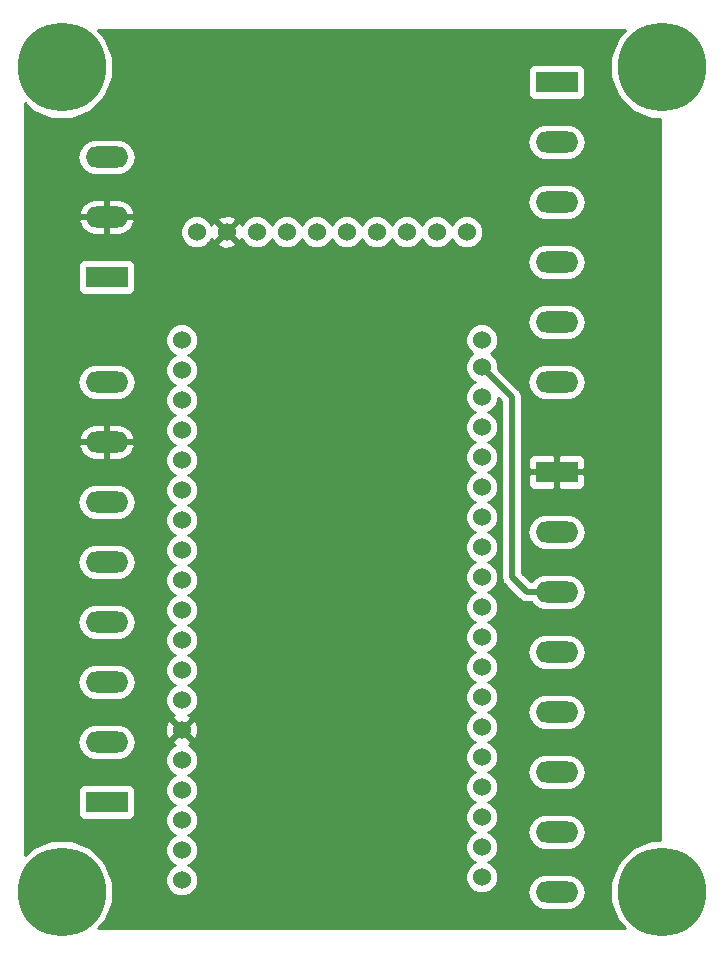
<source format=gbl>
G04 #@! TF.GenerationSoftware,KiCad,Pcbnew,5.0.2+dfsg1-1*
G04 #@! TF.CreationDate,2019-04-19T11:24:35+12:00*
G04 #@! TF.ProjectId,esp32,65737033-322e-46b6-9963-61645f706362,rev?*
G04 #@! TF.SameCoordinates,Original*
G04 #@! TF.FileFunction,Copper,L2,Bot*
G04 #@! TF.FilePolarity,Positive*
%FSLAX46Y46*%
G04 Gerber Fmt 4.6, Leading zero omitted, Abs format (unit mm)*
G04 Created by KiCad (PCBNEW 5.0.2+dfsg1-1) date Fri 19 Apr 2019 11:24:35 NZST*
%MOMM*%
%LPD*%
G01*
G04 APERTURE LIST*
G04 #@! TA.AperFunction,ComponentPad*
%ADD10C,1.524000*%
G04 #@! TD*
G04 #@! TA.AperFunction,ComponentPad*
%ADD11C,7.500000*%
G04 #@! TD*
G04 #@! TA.AperFunction,ComponentPad*
%ADD12R,3.600000X1.800000*%
G04 #@! TD*
G04 #@! TA.AperFunction,ComponentPad*
%ADD13O,3.600000X1.800000*%
G04 #@! TD*
G04 #@! TA.AperFunction,Conductor*
%ADD14C,0.500000*%
G04 #@! TD*
G04 #@! TA.AperFunction,Conductor*
%ADD15C,0.254000*%
G04 #@! TD*
G04 APERTURE END LIST*
D10*
G04 #@! TO.P,U1,1*
G04 #@! TO.N,Net-(U1-Pad1)*
X124460000Y-106680000D03*
G04 #@! TO.P,U1,2*
G04 #@! TO.N,Net-(U1-Pad2)*
X124460000Y-104140000D03*
G04 #@! TO.P,U1,3*
G04 #@! TO.N,Net-(U1-Pad3)*
X124460000Y-101600000D03*
G04 #@! TO.P,U1,4*
G04 #@! TO.N,IO_7*
X124460000Y-99060000D03*
G04 #@! TO.P,U1,5*
G04 #@! TO.N,Net-(U1-Pad5)*
X124460000Y-96520000D03*
G04 #@! TO.P,U1,6*
G04 #@! TO.N,Net-(U1-Pad6)*
X124460000Y-93980000D03*
G04 #@! TO.P,U1,7*
G04 #@! TO.N,Net-(U1-Pad7)*
X124460000Y-91440000D03*
G04 #@! TO.P,U1,8*
G04 #@! TO.N,IO_6*
X124460000Y-88900000D03*
G04 #@! TO.P,U1,9*
G04 #@! TO.N,IO_5*
X124460000Y-86360000D03*
G04 #@! TO.P,U1,10*
G04 #@! TO.N,Net-(U1-Pad10)*
X124460000Y-83820000D03*
G04 #@! TO.P,U1,11*
G04 #@! TO.N,IO_3*
X124460000Y-81280000D03*
G04 #@! TO.P,U1,12*
G04 #@! TO.N,IO_2*
X124460000Y-78740000D03*
G04 #@! TO.P,U1,13*
G04 #@! TO.N,Net-(U1-Pad13)*
X124460000Y-76200000D03*
G04 #@! TO.P,U1,14*
G04 #@! TO.N,SDA*
X124460000Y-73660000D03*
G04 #@! TO.P,U1,15*
G04 #@! TO.N,Net-(U1-Pad15)*
X124460000Y-71120000D03*
G04 #@! TO.P,U1,16*
G04 #@! TO.N,Net-(U1-Pad16)*
X124460000Y-68580000D03*
G04 #@! TO.P,U1,17*
G04 #@! TO.N,SCL*
X124460000Y-66040000D03*
G04 #@! TO.P,U1,18*
G04 #@! TO.N,IO_1*
X124460000Y-63500000D03*
G04 #@! TO.P,U1,19*
G04 #@! TO.N,Net-(U1-Pad19)*
X124460000Y-61214000D03*
G04 #@! TO.P,U1,20*
G04 #@! TO.N,+3V3*
X99060000Y-61214000D03*
G04 #@! TO.P,U1,21*
G04 #@! TO.N,Net-(U1-Pad21)*
X99060000Y-63754000D03*
G04 #@! TO.P,U1,22*
G04 #@! TO.N,Net-(U1-Pad22)*
X99060000Y-66294000D03*
G04 #@! TO.P,U1,23*
G04 #@! TO.N,Net-(U1-Pad23)*
X99060000Y-68834000D03*
G04 #@! TO.P,U1,24*
G04 #@! TO.N,Net-(U1-Pad24)*
X99060000Y-71374000D03*
G04 #@! TO.P,U1,25*
G04 #@! TO.N,Net-(U1-Pad25)*
X99060000Y-73914000D03*
G04 #@! TO.P,U1,26*
G04 #@! TO.N,IO_11*
X99060000Y-76454000D03*
G04 #@! TO.P,U1,27*
G04 #@! TO.N,IO_12*
X99060000Y-78994000D03*
G04 #@! TO.P,U1,28*
G04 #@! TO.N,IO_4*
X99060000Y-81534000D03*
G04 #@! TO.P,U1,29*
G04 #@! TO.N,IO_10*
X99060000Y-84074000D03*
G04 #@! TO.P,U1,30*
G04 #@! TO.N,IO_9*
X99060000Y-86614000D03*
G04 #@! TO.P,U1,31*
G04 #@! TO.N,IO_8*
X99060000Y-89154000D03*
G04 #@! TO.P,U1,32*
G04 #@! TO.N,Net-(U1-Pad32)*
X99060000Y-91694000D03*
G04 #@! TO.P,U1,33*
G04 #@! TO.N,GND*
X99060000Y-94234000D03*
G04 #@! TO.P,U1,34*
G04 #@! TO.N,Net-(U1-Pad34)*
X99060000Y-96774000D03*
G04 #@! TO.P,U1,35*
G04 #@! TO.N,Net-(U1-Pad35)*
X99060000Y-99314000D03*
G04 #@! TO.P,U1,36*
G04 #@! TO.N,Net-(U1-Pad36)*
X99060000Y-101854000D03*
G04 #@! TO.P,U1,37*
G04 #@! TO.N,Net-(U1-Pad37)*
X99060000Y-104394000D03*
G04 #@! TO.P,U1,38*
G04 #@! TO.N,+5V*
X99060000Y-106934000D03*
G04 #@! TD*
G04 #@! TO.P,U2,1*
G04 #@! TO.N,+3V3*
X100330000Y-52070000D03*
G04 #@! TO.P,U2,2*
G04 #@! TO.N,GND*
X102870000Y-52070000D03*
G04 #@! TO.P,U2,3*
G04 #@! TO.N,SCL*
X105410000Y-52070000D03*
G04 #@! TO.P,U2,4*
G04 #@! TO.N,SDA*
X107950000Y-52070000D03*
G04 #@! TO.P,U2,5*
G04 #@! TO.N,Net-(U2-Pad5)*
X110490000Y-52070000D03*
G04 #@! TO.P,U2,6*
G04 #@! TO.N,Net-(U2-Pad6)*
X113030000Y-52070000D03*
G04 #@! TO.P,U2,7*
G04 #@! TO.N,A0*
X115570000Y-52070000D03*
G04 #@! TO.P,U2,8*
G04 #@! TO.N,A1*
X118110000Y-52070000D03*
G04 #@! TO.P,U2,9*
G04 #@! TO.N,A2*
X120650000Y-52070000D03*
G04 #@! TO.P,U2,10*
G04 #@! TO.N,A3*
X123190000Y-52070000D03*
G04 #@! TD*
D11*
G04 #@! TO.P,MK1,1*
G04 #@! TO.N,N/C*
X88900000Y-38100000D03*
G04 #@! TD*
G04 #@! TO.P,MK2,1*
G04 #@! TO.N,N/C*
X139700000Y-38100000D03*
G04 #@! TD*
G04 #@! TO.P,MK3,1*
G04 #@! TO.N,N/C*
X139700000Y-107950000D03*
G04 #@! TD*
G04 #@! TO.P,MK4,1*
G04 #@! TO.N,N/C*
X88900000Y-107950000D03*
G04 #@! TD*
D12*
G04 #@! TO.P,P1,1*
G04 #@! TO.N,A0*
X130810000Y-39370000D03*
D13*
G04 #@! TO.P,P1,2*
G04 #@! TO.N,A1*
X130810000Y-44450000D03*
G04 #@! TO.P,P1,3*
G04 #@! TO.N,A2*
X130810000Y-49530000D03*
G04 #@! TO.P,P1,4*
G04 #@! TO.N,A3*
X130810000Y-54610000D03*
G04 #@! TO.P,P1,5*
G04 #@! TO.N,SCL*
X130810000Y-59690000D03*
G04 #@! TO.P,P1,6*
G04 #@! TO.N,SDA*
X130810000Y-64770000D03*
G04 #@! TD*
D12*
G04 #@! TO.P,P2,1*
G04 #@! TO.N,GND*
X130810000Y-72390000D03*
D13*
G04 #@! TO.P,P2,2*
G04 #@! TO.N,+3V3*
X130810000Y-77470000D03*
G04 #@! TO.P,P2,3*
G04 #@! TO.N,IO_1*
X130810000Y-82550000D03*
G04 #@! TO.P,P2,4*
G04 #@! TO.N,IO_2*
X130810000Y-87630000D03*
G04 #@! TO.P,P2,5*
G04 #@! TO.N,IO_3*
X130810000Y-92710000D03*
G04 #@! TO.P,P2,6*
G04 #@! TO.N,IO_5*
X130810000Y-97790000D03*
G04 #@! TO.P,P2,7*
G04 #@! TO.N,IO_6*
X130810000Y-102870000D03*
G04 #@! TO.P,P2,8*
G04 #@! TO.N,IO_7*
X130810000Y-107950000D03*
G04 #@! TD*
D12*
G04 #@! TO.P,P3,1*
G04 #@! TO.N,IO_8*
X92710000Y-100330000D03*
D13*
G04 #@! TO.P,P3,2*
G04 #@! TO.N,IO_9*
X92710000Y-95250000D03*
G04 #@! TO.P,P3,3*
G04 #@! TO.N,IO_10*
X92710000Y-90170000D03*
G04 #@! TO.P,P3,4*
G04 #@! TO.N,IO_4*
X92710000Y-85090000D03*
G04 #@! TO.P,P3,5*
G04 #@! TO.N,IO_12*
X92710000Y-80010000D03*
G04 #@! TO.P,P3,6*
G04 #@! TO.N,IO_11*
X92710000Y-74930000D03*
G04 #@! TO.P,P3,7*
G04 #@! TO.N,GND*
X92710000Y-69850000D03*
G04 #@! TO.P,P3,8*
G04 #@! TO.N,+3V3*
X92710000Y-64770000D03*
G04 #@! TD*
D12*
G04 #@! TO.P,P4,1*
G04 #@! TO.N,+3V3*
X92710000Y-55880000D03*
D13*
G04 #@! TO.P,P4,2*
G04 #@! TO.N,GND*
X92710000Y-50800000D03*
G04 #@! TO.P,P4,3*
G04 #@! TO.N,+5V*
X92710000Y-45720000D03*
G04 #@! TD*
D14*
G04 #@! TO.N,GND*
X130810000Y-73660000D02*
X130810000Y-72390000D01*
G04 #@! TO.N,IO_1*
X127000000Y-81280000D02*
X128270000Y-82550000D01*
X124460000Y-63500000D02*
X127000000Y-66040000D01*
X128270000Y-82550000D02*
X130810000Y-82550000D01*
X127000000Y-66040000D02*
X127000000Y-81280000D01*
G04 #@! TO.N,IO_4*
X98806000Y-81280000D02*
X99060000Y-81534000D01*
G04 #@! TO.N,IO_10*
X98806000Y-84074000D02*
X99060000Y-84074000D01*
G04 #@! TD*
D15*
G04 #@! TO.N,GND*
G36*
X135982577Y-35616097D02*
X135315000Y-37227769D01*
X135315000Y-38972231D01*
X135982577Y-40583903D01*
X137216097Y-41817423D01*
X138827769Y-42485000D01*
X139573000Y-42485000D01*
X139573000Y-103565000D01*
X138827769Y-103565000D01*
X137216097Y-104232577D01*
X135982577Y-105466097D01*
X135315000Y-107077769D01*
X135315000Y-108822231D01*
X135982577Y-110433903D01*
X136598674Y-111050000D01*
X92001326Y-111050000D01*
X92617423Y-110433903D01*
X93285000Y-108822231D01*
X93285000Y-107077769D01*
X92617423Y-105466097D01*
X91383903Y-104232577D01*
X89772231Y-103565000D01*
X88027769Y-103565000D01*
X86416097Y-104232577D01*
X85800000Y-104848674D01*
X85800000Y-99430000D01*
X90262560Y-99430000D01*
X90262560Y-101230000D01*
X90311843Y-101477765D01*
X90452191Y-101687809D01*
X90662235Y-101828157D01*
X90910000Y-101877440D01*
X94510000Y-101877440D01*
X94757765Y-101828157D01*
X94967809Y-101687809D01*
X95108157Y-101477765D01*
X95157440Y-101230000D01*
X95157440Y-99430000D01*
X95108157Y-99182235D01*
X94967809Y-98972191D01*
X94757765Y-98831843D01*
X94510000Y-98782560D01*
X90910000Y-98782560D01*
X90662235Y-98831843D01*
X90452191Y-98972191D01*
X90311843Y-99182235D01*
X90262560Y-99430000D01*
X85800000Y-99430000D01*
X85800000Y-95250000D01*
X90244928Y-95250000D01*
X90364062Y-95848927D01*
X90703327Y-96356673D01*
X91211073Y-96695938D01*
X91658818Y-96785000D01*
X93761182Y-96785000D01*
X94208927Y-96695938D01*
X94507977Y-96496119D01*
X97663000Y-96496119D01*
X97663000Y-97051881D01*
X97875680Y-97565337D01*
X98268663Y-97958320D01*
X98475513Y-98044000D01*
X98268663Y-98129680D01*
X97875680Y-98522663D01*
X97663000Y-99036119D01*
X97663000Y-99591881D01*
X97875680Y-100105337D01*
X98268663Y-100498320D01*
X98475513Y-100584000D01*
X98268663Y-100669680D01*
X97875680Y-101062663D01*
X97663000Y-101576119D01*
X97663000Y-102131881D01*
X97875680Y-102645337D01*
X98268663Y-103038320D01*
X98475513Y-103124000D01*
X98268663Y-103209680D01*
X97875680Y-103602663D01*
X97663000Y-104116119D01*
X97663000Y-104671881D01*
X97875680Y-105185337D01*
X98268663Y-105578320D01*
X98475513Y-105664000D01*
X98268663Y-105749680D01*
X97875680Y-106142663D01*
X97663000Y-106656119D01*
X97663000Y-107211881D01*
X97875680Y-107725337D01*
X98268663Y-108118320D01*
X98782119Y-108331000D01*
X99337881Y-108331000D01*
X99851337Y-108118320D01*
X100244320Y-107725337D01*
X100457000Y-107211881D01*
X100457000Y-106656119D01*
X100244320Y-106142663D01*
X99851337Y-105749680D01*
X99644487Y-105664000D01*
X99851337Y-105578320D01*
X100244320Y-105185337D01*
X100457000Y-104671881D01*
X100457000Y-104116119D01*
X100244320Y-103602663D01*
X99851337Y-103209680D01*
X99644487Y-103124000D01*
X99851337Y-103038320D01*
X100244320Y-102645337D01*
X100457000Y-102131881D01*
X100457000Y-101576119D01*
X100244320Y-101062663D01*
X99851337Y-100669680D01*
X99644487Y-100584000D01*
X99851337Y-100498320D01*
X100244320Y-100105337D01*
X100457000Y-99591881D01*
X100457000Y-99036119D01*
X100244320Y-98522663D01*
X99851337Y-98129680D01*
X99644487Y-98044000D01*
X99851337Y-97958320D01*
X100244320Y-97565337D01*
X100457000Y-97051881D01*
X100457000Y-96496119D01*
X100244320Y-95982663D01*
X99851337Y-95589680D01*
X99660353Y-95510572D01*
X99791143Y-95456397D01*
X99860608Y-95214213D01*
X99060000Y-94413605D01*
X98259392Y-95214213D01*
X98328857Y-95456397D01*
X98469393Y-95506535D01*
X98268663Y-95589680D01*
X97875680Y-95982663D01*
X97663000Y-96496119D01*
X94507977Y-96496119D01*
X94716673Y-96356673D01*
X95055938Y-95848927D01*
X95175072Y-95250000D01*
X95055938Y-94651073D01*
X94716673Y-94143327D01*
X94541533Y-94026302D01*
X97650856Y-94026302D01*
X97678638Y-94581368D01*
X97837603Y-94965143D01*
X98079787Y-95034608D01*
X98880395Y-94234000D01*
X99239605Y-94234000D01*
X100040213Y-95034608D01*
X100282397Y-94965143D01*
X100469144Y-94441698D01*
X100441362Y-93886632D01*
X100282397Y-93502857D01*
X100040213Y-93433392D01*
X99239605Y-94234000D01*
X98880395Y-94234000D01*
X98079787Y-93433392D01*
X97837603Y-93502857D01*
X97650856Y-94026302D01*
X94541533Y-94026302D01*
X94208927Y-93804062D01*
X93761182Y-93715000D01*
X91658818Y-93715000D01*
X91211073Y-93804062D01*
X90703327Y-94143327D01*
X90364062Y-94651073D01*
X90244928Y-95250000D01*
X85800000Y-95250000D01*
X85800000Y-90170000D01*
X90244928Y-90170000D01*
X90364062Y-90768927D01*
X90703327Y-91276673D01*
X91211073Y-91615938D01*
X91658818Y-91705000D01*
X93761182Y-91705000D01*
X94208927Y-91615938D01*
X94716673Y-91276673D01*
X95055938Y-90768927D01*
X95175072Y-90170000D01*
X95055938Y-89571073D01*
X94716673Y-89063327D01*
X94208927Y-88724062D01*
X93761182Y-88635000D01*
X91658818Y-88635000D01*
X91211073Y-88724062D01*
X90703327Y-89063327D01*
X90364062Y-89571073D01*
X90244928Y-90170000D01*
X85800000Y-90170000D01*
X85800000Y-85090000D01*
X90244928Y-85090000D01*
X90364062Y-85688927D01*
X90703327Y-86196673D01*
X91211073Y-86535938D01*
X91658818Y-86625000D01*
X93761182Y-86625000D01*
X94208927Y-86535938D01*
X94716673Y-86196673D01*
X95055938Y-85688927D01*
X95175072Y-85090000D01*
X95055938Y-84491073D01*
X94716673Y-83983327D01*
X94208927Y-83644062D01*
X93761182Y-83555000D01*
X91658818Y-83555000D01*
X91211073Y-83644062D01*
X90703327Y-83983327D01*
X90364062Y-84491073D01*
X90244928Y-85090000D01*
X85800000Y-85090000D01*
X85800000Y-80010000D01*
X90244928Y-80010000D01*
X90364062Y-80608927D01*
X90703327Y-81116673D01*
X91211073Y-81455938D01*
X91658818Y-81545000D01*
X93761182Y-81545000D01*
X94208927Y-81455938D01*
X94716673Y-81116673D01*
X95055938Y-80608927D01*
X95175072Y-80010000D01*
X95055938Y-79411073D01*
X94716673Y-78903327D01*
X94208927Y-78564062D01*
X93761182Y-78475000D01*
X91658818Y-78475000D01*
X91211073Y-78564062D01*
X90703327Y-78903327D01*
X90364062Y-79411073D01*
X90244928Y-80010000D01*
X85800000Y-80010000D01*
X85800000Y-74930000D01*
X90244928Y-74930000D01*
X90364062Y-75528927D01*
X90703327Y-76036673D01*
X91211073Y-76375938D01*
X91658818Y-76465000D01*
X93761182Y-76465000D01*
X94208927Y-76375938D01*
X94716673Y-76036673D01*
X95055938Y-75528927D01*
X95175072Y-74930000D01*
X95055938Y-74331073D01*
X94716673Y-73823327D01*
X94208927Y-73484062D01*
X93761182Y-73395000D01*
X91658818Y-73395000D01*
X91211073Y-73484062D01*
X90703327Y-73823327D01*
X90364062Y-74331073D01*
X90244928Y-74930000D01*
X85800000Y-74930000D01*
X85800000Y-70214740D01*
X90318964Y-70214740D01*
X90343244Y-70320086D01*
X90634788Y-70845606D01*
X91105248Y-71219554D01*
X91683000Y-71385000D01*
X92583000Y-71385000D01*
X92583000Y-69977000D01*
X92837000Y-69977000D01*
X92837000Y-71385000D01*
X93737000Y-71385000D01*
X94314752Y-71219554D01*
X94785212Y-70845606D01*
X95076756Y-70320086D01*
X95101036Y-70214740D01*
X94980378Y-69977000D01*
X92837000Y-69977000D01*
X92583000Y-69977000D01*
X90439622Y-69977000D01*
X90318964Y-70214740D01*
X85800000Y-70214740D01*
X85800000Y-69485260D01*
X90318964Y-69485260D01*
X90439622Y-69723000D01*
X92583000Y-69723000D01*
X92583000Y-68315000D01*
X92837000Y-68315000D01*
X92837000Y-69723000D01*
X94980378Y-69723000D01*
X95101036Y-69485260D01*
X95076756Y-69379914D01*
X94785212Y-68854394D01*
X94314752Y-68480446D01*
X93737000Y-68315000D01*
X92837000Y-68315000D01*
X92583000Y-68315000D01*
X91683000Y-68315000D01*
X91105248Y-68480446D01*
X90634788Y-68854394D01*
X90343244Y-69379914D01*
X90318964Y-69485260D01*
X85800000Y-69485260D01*
X85800000Y-64770000D01*
X90244928Y-64770000D01*
X90364062Y-65368927D01*
X90703327Y-65876673D01*
X91211073Y-66215938D01*
X91658818Y-66305000D01*
X93761182Y-66305000D01*
X94208927Y-66215938D01*
X94716673Y-65876673D01*
X95055938Y-65368927D01*
X95175072Y-64770000D01*
X95055938Y-64171073D01*
X94716673Y-63663327D01*
X94208927Y-63324062D01*
X93761182Y-63235000D01*
X91658818Y-63235000D01*
X91211073Y-63324062D01*
X90703327Y-63663327D01*
X90364062Y-64171073D01*
X90244928Y-64770000D01*
X85800000Y-64770000D01*
X85800000Y-60936119D01*
X97663000Y-60936119D01*
X97663000Y-61491881D01*
X97875680Y-62005337D01*
X98268663Y-62398320D01*
X98475513Y-62484000D01*
X98268663Y-62569680D01*
X97875680Y-62962663D01*
X97663000Y-63476119D01*
X97663000Y-64031881D01*
X97875680Y-64545337D01*
X98268663Y-64938320D01*
X98475513Y-65024000D01*
X98268663Y-65109680D01*
X97875680Y-65502663D01*
X97663000Y-66016119D01*
X97663000Y-66571881D01*
X97875680Y-67085337D01*
X98268663Y-67478320D01*
X98475513Y-67564000D01*
X98268663Y-67649680D01*
X97875680Y-68042663D01*
X97663000Y-68556119D01*
X97663000Y-69111881D01*
X97875680Y-69625337D01*
X98268663Y-70018320D01*
X98475513Y-70104000D01*
X98268663Y-70189680D01*
X97875680Y-70582663D01*
X97663000Y-71096119D01*
X97663000Y-71651881D01*
X97875680Y-72165337D01*
X98268663Y-72558320D01*
X98475513Y-72644000D01*
X98268663Y-72729680D01*
X97875680Y-73122663D01*
X97663000Y-73636119D01*
X97663000Y-74191881D01*
X97875680Y-74705337D01*
X98268663Y-75098320D01*
X98475513Y-75184000D01*
X98268663Y-75269680D01*
X97875680Y-75662663D01*
X97663000Y-76176119D01*
X97663000Y-76731881D01*
X97875680Y-77245337D01*
X98268663Y-77638320D01*
X98475513Y-77724000D01*
X98268663Y-77809680D01*
X97875680Y-78202663D01*
X97663000Y-78716119D01*
X97663000Y-79271881D01*
X97875680Y-79785337D01*
X98268663Y-80178320D01*
X98475513Y-80264000D01*
X98268663Y-80349680D01*
X97875680Y-80742663D01*
X97663000Y-81256119D01*
X97663000Y-81811881D01*
X97875680Y-82325337D01*
X98268663Y-82718320D01*
X98475513Y-82804000D01*
X98268663Y-82889680D01*
X97875680Y-83282663D01*
X97663000Y-83796119D01*
X97663000Y-84351881D01*
X97875680Y-84865337D01*
X98268663Y-85258320D01*
X98475513Y-85344000D01*
X98268663Y-85429680D01*
X97875680Y-85822663D01*
X97663000Y-86336119D01*
X97663000Y-86891881D01*
X97875680Y-87405337D01*
X98268663Y-87798320D01*
X98475513Y-87884000D01*
X98268663Y-87969680D01*
X97875680Y-88362663D01*
X97663000Y-88876119D01*
X97663000Y-89431881D01*
X97875680Y-89945337D01*
X98268663Y-90338320D01*
X98475513Y-90424000D01*
X98268663Y-90509680D01*
X97875680Y-90902663D01*
X97663000Y-91416119D01*
X97663000Y-91971881D01*
X97875680Y-92485337D01*
X98268663Y-92878320D01*
X98459647Y-92957428D01*
X98328857Y-93011603D01*
X98259392Y-93253787D01*
X99060000Y-94054395D01*
X99860608Y-93253787D01*
X99791143Y-93011603D01*
X99650607Y-92961465D01*
X99851337Y-92878320D01*
X100244320Y-92485337D01*
X100457000Y-91971881D01*
X100457000Y-91416119D01*
X100244320Y-90902663D01*
X99851337Y-90509680D01*
X99644487Y-90424000D01*
X99851337Y-90338320D01*
X100244320Y-89945337D01*
X100457000Y-89431881D01*
X100457000Y-88876119D01*
X100244320Y-88362663D01*
X99851337Y-87969680D01*
X99644487Y-87884000D01*
X99851337Y-87798320D01*
X100244320Y-87405337D01*
X100457000Y-86891881D01*
X100457000Y-86336119D01*
X100244320Y-85822663D01*
X99851337Y-85429680D01*
X99644487Y-85344000D01*
X99851337Y-85258320D01*
X100244320Y-84865337D01*
X100457000Y-84351881D01*
X100457000Y-83796119D01*
X100244320Y-83282663D01*
X99851337Y-82889680D01*
X99644487Y-82804000D01*
X99851337Y-82718320D01*
X100244320Y-82325337D01*
X100457000Y-81811881D01*
X100457000Y-81256119D01*
X100244320Y-80742663D01*
X99851337Y-80349680D01*
X99644487Y-80264000D01*
X99851337Y-80178320D01*
X100244320Y-79785337D01*
X100457000Y-79271881D01*
X100457000Y-78716119D01*
X100244320Y-78202663D01*
X99851337Y-77809680D01*
X99644487Y-77724000D01*
X99851337Y-77638320D01*
X100244320Y-77245337D01*
X100457000Y-76731881D01*
X100457000Y-76176119D01*
X100244320Y-75662663D01*
X99851337Y-75269680D01*
X99644487Y-75184000D01*
X99851337Y-75098320D01*
X100244320Y-74705337D01*
X100457000Y-74191881D01*
X100457000Y-73636119D01*
X100244320Y-73122663D01*
X99851337Y-72729680D01*
X99644487Y-72644000D01*
X99851337Y-72558320D01*
X100244320Y-72165337D01*
X100457000Y-71651881D01*
X100457000Y-71096119D01*
X100244320Y-70582663D01*
X99851337Y-70189680D01*
X99644487Y-70104000D01*
X99851337Y-70018320D01*
X100244320Y-69625337D01*
X100457000Y-69111881D01*
X100457000Y-68556119D01*
X100244320Y-68042663D01*
X99851337Y-67649680D01*
X99644487Y-67564000D01*
X99851337Y-67478320D01*
X100244320Y-67085337D01*
X100457000Y-66571881D01*
X100457000Y-66016119D01*
X100244320Y-65502663D01*
X99851337Y-65109680D01*
X99644487Y-65024000D01*
X99851337Y-64938320D01*
X100244320Y-64545337D01*
X100457000Y-64031881D01*
X100457000Y-63476119D01*
X100244320Y-62962663D01*
X99851337Y-62569680D01*
X99644487Y-62484000D01*
X99851337Y-62398320D01*
X100244320Y-62005337D01*
X100457000Y-61491881D01*
X100457000Y-60936119D01*
X123063000Y-60936119D01*
X123063000Y-61491881D01*
X123275680Y-62005337D01*
X123627343Y-62357000D01*
X123275680Y-62708663D01*
X123063000Y-63222119D01*
X123063000Y-63777881D01*
X123275680Y-64291337D01*
X123668663Y-64684320D01*
X123875513Y-64770000D01*
X123668663Y-64855680D01*
X123275680Y-65248663D01*
X123063000Y-65762119D01*
X123063000Y-66317881D01*
X123275680Y-66831337D01*
X123668663Y-67224320D01*
X123875513Y-67310000D01*
X123668663Y-67395680D01*
X123275680Y-67788663D01*
X123063000Y-68302119D01*
X123063000Y-68857881D01*
X123275680Y-69371337D01*
X123668663Y-69764320D01*
X123875513Y-69850000D01*
X123668663Y-69935680D01*
X123275680Y-70328663D01*
X123063000Y-70842119D01*
X123063000Y-71397881D01*
X123275680Y-71911337D01*
X123668663Y-72304320D01*
X123875513Y-72390000D01*
X123668663Y-72475680D01*
X123275680Y-72868663D01*
X123063000Y-73382119D01*
X123063000Y-73937881D01*
X123275680Y-74451337D01*
X123668663Y-74844320D01*
X123875513Y-74930000D01*
X123668663Y-75015680D01*
X123275680Y-75408663D01*
X123063000Y-75922119D01*
X123063000Y-76477881D01*
X123275680Y-76991337D01*
X123668663Y-77384320D01*
X123875513Y-77470000D01*
X123668663Y-77555680D01*
X123275680Y-77948663D01*
X123063000Y-78462119D01*
X123063000Y-79017881D01*
X123275680Y-79531337D01*
X123668663Y-79924320D01*
X123875513Y-80010000D01*
X123668663Y-80095680D01*
X123275680Y-80488663D01*
X123063000Y-81002119D01*
X123063000Y-81557881D01*
X123275680Y-82071337D01*
X123668663Y-82464320D01*
X123875513Y-82550000D01*
X123668663Y-82635680D01*
X123275680Y-83028663D01*
X123063000Y-83542119D01*
X123063000Y-84097881D01*
X123275680Y-84611337D01*
X123668663Y-85004320D01*
X123875513Y-85090000D01*
X123668663Y-85175680D01*
X123275680Y-85568663D01*
X123063000Y-86082119D01*
X123063000Y-86637881D01*
X123275680Y-87151337D01*
X123668663Y-87544320D01*
X123875513Y-87630000D01*
X123668663Y-87715680D01*
X123275680Y-88108663D01*
X123063000Y-88622119D01*
X123063000Y-89177881D01*
X123275680Y-89691337D01*
X123668663Y-90084320D01*
X123875513Y-90170000D01*
X123668663Y-90255680D01*
X123275680Y-90648663D01*
X123063000Y-91162119D01*
X123063000Y-91717881D01*
X123275680Y-92231337D01*
X123668663Y-92624320D01*
X123875513Y-92710000D01*
X123668663Y-92795680D01*
X123275680Y-93188663D01*
X123063000Y-93702119D01*
X123063000Y-94257881D01*
X123275680Y-94771337D01*
X123668663Y-95164320D01*
X123875513Y-95250000D01*
X123668663Y-95335680D01*
X123275680Y-95728663D01*
X123063000Y-96242119D01*
X123063000Y-96797881D01*
X123275680Y-97311337D01*
X123668663Y-97704320D01*
X123875513Y-97790000D01*
X123668663Y-97875680D01*
X123275680Y-98268663D01*
X123063000Y-98782119D01*
X123063000Y-99337881D01*
X123275680Y-99851337D01*
X123668663Y-100244320D01*
X123875513Y-100330000D01*
X123668663Y-100415680D01*
X123275680Y-100808663D01*
X123063000Y-101322119D01*
X123063000Y-101877881D01*
X123275680Y-102391337D01*
X123668663Y-102784320D01*
X123875513Y-102870000D01*
X123668663Y-102955680D01*
X123275680Y-103348663D01*
X123063000Y-103862119D01*
X123063000Y-104417881D01*
X123275680Y-104931337D01*
X123668663Y-105324320D01*
X123875513Y-105410000D01*
X123668663Y-105495680D01*
X123275680Y-105888663D01*
X123063000Y-106402119D01*
X123063000Y-106957881D01*
X123275680Y-107471337D01*
X123668663Y-107864320D01*
X124182119Y-108077000D01*
X124737881Y-108077000D01*
X125044486Y-107950000D01*
X128344928Y-107950000D01*
X128464062Y-108548927D01*
X128803327Y-109056673D01*
X129311073Y-109395938D01*
X129758818Y-109485000D01*
X131861182Y-109485000D01*
X132308927Y-109395938D01*
X132816673Y-109056673D01*
X133155938Y-108548927D01*
X133275072Y-107950000D01*
X133155938Y-107351073D01*
X132816673Y-106843327D01*
X132308927Y-106504062D01*
X131861182Y-106415000D01*
X129758818Y-106415000D01*
X129311073Y-106504062D01*
X128803327Y-106843327D01*
X128464062Y-107351073D01*
X128344928Y-107950000D01*
X125044486Y-107950000D01*
X125251337Y-107864320D01*
X125644320Y-107471337D01*
X125857000Y-106957881D01*
X125857000Y-106402119D01*
X125644320Y-105888663D01*
X125251337Y-105495680D01*
X125044487Y-105410000D01*
X125251337Y-105324320D01*
X125644320Y-104931337D01*
X125857000Y-104417881D01*
X125857000Y-103862119D01*
X125644320Y-103348663D01*
X125251337Y-102955680D01*
X125044487Y-102870000D01*
X128344928Y-102870000D01*
X128464062Y-103468927D01*
X128803327Y-103976673D01*
X129311073Y-104315938D01*
X129758818Y-104405000D01*
X131861182Y-104405000D01*
X132308927Y-104315938D01*
X132816673Y-103976673D01*
X133155938Y-103468927D01*
X133275072Y-102870000D01*
X133155938Y-102271073D01*
X132816673Y-101763327D01*
X132308927Y-101424062D01*
X131861182Y-101335000D01*
X129758818Y-101335000D01*
X129311073Y-101424062D01*
X128803327Y-101763327D01*
X128464062Y-102271073D01*
X128344928Y-102870000D01*
X125044487Y-102870000D01*
X125251337Y-102784320D01*
X125644320Y-102391337D01*
X125857000Y-101877881D01*
X125857000Y-101322119D01*
X125644320Y-100808663D01*
X125251337Y-100415680D01*
X125044487Y-100330000D01*
X125251337Y-100244320D01*
X125644320Y-99851337D01*
X125857000Y-99337881D01*
X125857000Y-98782119D01*
X125644320Y-98268663D01*
X125251337Y-97875680D01*
X125044487Y-97790000D01*
X128344928Y-97790000D01*
X128464062Y-98388927D01*
X128803327Y-98896673D01*
X129311073Y-99235938D01*
X129758818Y-99325000D01*
X131861182Y-99325000D01*
X132308927Y-99235938D01*
X132816673Y-98896673D01*
X133155938Y-98388927D01*
X133275072Y-97790000D01*
X133155938Y-97191073D01*
X132816673Y-96683327D01*
X132308927Y-96344062D01*
X131861182Y-96255000D01*
X129758818Y-96255000D01*
X129311073Y-96344062D01*
X128803327Y-96683327D01*
X128464062Y-97191073D01*
X128344928Y-97790000D01*
X125044487Y-97790000D01*
X125251337Y-97704320D01*
X125644320Y-97311337D01*
X125857000Y-96797881D01*
X125857000Y-96242119D01*
X125644320Y-95728663D01*
X125251337Y-95335680D01*
X125044487Y-95250000D01*
X125251337Y-95164320D01*
X125644320Y-94771337D01*
X125857000Y-94257881D01*
X125857000Y-93702119D01*
X125644320Y-93188663D01*
X125251337Y-92795680D01*
X125044487Y-92710000D01*
X128344928Y-92710000D01*
X128464062Y-93308927D01*
X128803327Y-93816673D01*
X129311073Y-94155938D01*
X129758818Y-94245000D01*
X131861182Y-94245000D01*
X132308927Y-94155938D01*
X132816673Y-93816673D01*
X133155938Y-93308927D01*
X133275072Y-92710000D01*
X133155938Y-92111073D01*
X132816673Y-91603327D01*
X132308927Y-91264062D01*
X131861182Y-91175000D01*
X129758818Y-91175000D01*
X129311073Y-91264062D01*
X128803327Y-91603327D01*
X128464062Y-92111073D01*
X128344928Y-92710000D01*
X125044487Y-92710000D01*
X125251337Y-92624320D01*
X125644320Y-92231337D01*
X125857000Y-91717881D01*
X125857000Y-91162119D01*
X125644320Y-90648663D01*
X125251337Y-90255680D01*
X125044487Y-90170000D01*
X125251337Y-90084320D01*
X125644320Y-89691337D01*
X125857000Y-89177881D01*
X125857000Y-88622119D01*
X125644320Y-88108663D01*
X125251337Y-87715680D01*
X125044487Y-87630000D01*
X128344928Y-87630000D01*
X128464062Y-88228927D01*
X128803327Y-88736673D01*
X129311073Y-89075938D01*
X129758818Y-89165000D01*
X131861182Y-89165000D01*
X132308927Y-89075938D01*
X132816673Y-88736673D01*
X133155938Y-88228927D01*
X133275072Y-87630000D01*
X133155938Y-87031073D01*
X132816673Y-86523327D01*
X132308927Y-86184062D01*
X131861182Y-86095000D01*
X129758818Y-86095000D01*
X129311073Y-86184062D01*
X128803327Y-86523327D01*
X128464062Y-87031073D01*
X128344928Y-87630000D01*
X125044487Y-87630000D01*
X125251337Y-87544320D01*
X125644320Y-87151337D01*
X125857000Y-86637881D01*
X125857000Y-86082119D01*
X125644320Y-85568663D01*
X125251337Y-85175680D01*
X125044487Y-85090000D01*
X125251337Y-85004320D01*
X125644320Y-84611337D01*
X125857000Y-84097881D01*
X125857000Y-83542119D01*
X125644320Y-83028663D01*
X125251337Y-82635680D01*
X125044487Y-82550000D01*
X125251337Y-82464320D01*
X125644320Y-82071337D01*
X125857000Y-81557881D01*
X125857000Y-81002119D01*
X125644320Y-80488663D01*
X125251337Y-80095680D01*
X125044487Y-80010000D01*
X125251337Y-79924320D01*
X125644320Y-79531337D01*
X125857000Y-79017881D01*
X125857000Y-78462119D01*
X125644320Y-77948663D01*
X125251337Y-77555680D01*
X125044487Y-77470000D01*
X125251337Y-77384320D01*
X125644320Y-76991337D01*
X125857000Y-76477881D01*
X125857000Y-75922119D01*
X125644320Y-75408663D01*
X125251337Y-75015680D01*
X125044487Y-74930000D01*
X125251337Y-74844320D01*
X125644320Y-74451337D01*
X125857000Y-73937881D01*
X125857000Y-73382119D01*
X125644320Y-72868663D01*
X125251337Y-72475680D01*
X125044487Y-72390000D01*
X125251337Y-72304320D01*
X125644320Y-71911337D01*
X125857000Y-71397881D01*
X125857000Y-70842119D01*
X125644320Y-70328663D01*
X125251337Y-69935680D01*
X125044487Y-69850000D01*
X125251337Y-69764320D01*
X125644320Y-69371337D01*
X125857000Y-68857881D01*
X125857000Y-68302119D01*
X125644320Y-67788663D01*
X125251337Y-67395680D01*
X125044487Y-67310000D01*
X125251337Y-67224320D01*
X125644320Y-66831337D01*
X125857000Y-66317881D01*
X125857000Y-66148579D01*
X126115000Y-66406579D01*
X126115001Y-81192834D01*
X126097663Y-81280000D01*
X126166348Y-81625309D01*
X126312576Y-81844154D01*
X126312578Y-81844156D01*
X126361952Y-81918049D01*
X126435845Y-81967423D01*
X127582577Y-83114156D01*
X127631951Y-83188049D01*
X127705844Y-83237423D01*
X127705845Y-83237424D01*
X127773550Y-83282663D01*
X127924690Y-83383652D01*
X128182835Y-83435000D01*
X128182839Y-83435000D01*
X128269999Y-83452337D01*
X128357159Y-83435000D01*
X128655210Y-83435000D01*
X128803327Y-83656673D01*
X129311073Y-83995938D01*
X129758818Y-84085000D01*
X131861182Y-84085000D01*
X132308927Y-83995938D01*
X132816673Y-83656673D01*
X133155938Y-83148927D01*
X133275072Y-82550000D01*
X133155938Y-81951073D01*
X132816673Y-81443327D01*
X132308927Y-81104062D01*
X131861182Y-81015000D01*
X129758818Y-81015000D01*
X129311073Y-81104062D01*
X128803327Y-81443327D01*
X128655210Y-81665000D01*
X128636579Y-81665000D01*
X127885000Y-80913422D01*
X127885000Y-77470000D01*
X128344928Y-77470000D01*
X128464062Y-78068927D01*
X128803327Y-78576673D01*
X129311073Y-78915938D01*
X129758818Y-79005000D01*
X131861182Y-79005000D01*
X132308927Y-78915938D01*
X132816673Y-78576673D01*
X133155938Y-78068927D01*
X133275072Y-77470000D01*
X133155938Y-76871073D01*
X132816673Y-76363327D01*
X132308927Y-76024062D01*
X131861182Y-75935000D01*
X129758818Y-75935000D01*
X129311073Y-76024062D01*
X128803327Y-76363327D01*
X128464062Y-76871073D01*
X128344928Y-77470000D01*
X127885000Y-77470000D01*
X127885000Y-72675750D01*
X128375000Y-72675750D01*
X128375000Y-73416309D01*
X128471673Y-73649698D01*
X128650301Y-73828327D01*
X128883690Y-73925000D01*
X130524250Y-73925000D01*
X130683000Y-73766250D01*
X130683000Y-72517000D01*
X130937000Y-72517000D01*
X130937000Y-73766250D01*
X131095750Y-73925000D01*
X132736310Y-73925000D01*
X132969699Y-73828327D01*
X133148327Y-73649698D01*
X133245000Y-73416309D01*
X133245000Y-72675750D01*
X133086250Y-72517000D01*
X130937000Y-72517000D01*
X130683000Y-72517000D01*
X128533750Y-72517000D01*
X128375000Y-72675750D01*
X127885000Y-72675750D01*
X127885000Y-71363691D01*
X128375000Y-71363691D01*
X128375000Y-72104250D01*
X128533750Y-72263000D01*
X130683000Y-72263000D01*
X130683000Y-71013750D01*
X130937000Y-71013750D01*
X130937000Y-72263000D01*
X133086250Y-72263000D01*
X133245000Y-72104250D01*
X133245000Y-71363691D01*
X133148327Y-71130302D01*
X132969699Y-70951673D01*
X132736310Y-70855000D01*
X131095750Y-70855000D01*
X130937000Y-71013750D01*
X130683000Y-71013750D01*
X130524250Y-70855000D01*
X128883690Y-70855000D01*
X128650301Y-70951673D01*
X128471673Y-71130302D01*
X128375000Y-71363691D01*
X127885000Y-71363691D01*
X127885000Y-66127159D01*
X127902337Y-66039999D01*
X127885000Y-65952839D01*
X127885000Y-65952835D01*
X127833652Y-65694690D01*
X127638049Y-65401951D01*
X127564156Y-65352577D01*
X126981579Y-64770000D01*
X128344928Y-64770000D01*
X128464062Y-65368927D01*
X128803327Y-65876673D01*
X129311073Y-66215938D01*
X129758818Y-66305000D01*
X131861182Y-66305000D01*
X132308927Y-66215938D01*
X132816673Y-65876673D01*
X133155938Y-65368927D01*
X133275072Y-64770000D01*
X133155938Y-64171073D01*
X132816673Y-63663327D01*
X132308927Y-63324062D01*
X131861182Y-63235000D01*
X129758818Y-63235000D01*
X129311073Y-63324062D01*
X128803327Y-63663327D01*
X128464062Y-64171073D01*
X128344928Y-64770000D01*
X126981579Y-64770000D01*
X125857000Y-63645422D01*
X125857000Y-63222119D01*
X125644320Y-62708663D01*
X125292657Y-62357000D01*
X125644320Y-62005337D01*
X125857000Y-61491881D01*
X125857000Y-60936119D01*
X125644320Y-60422663D01*
X125251337Y-60029680D01*
X124737881Y-59817000D01*
X124182119Y-59817000D01*
X123668663Y-60029680D01*
X123275680Y-60422663D01*
X123063000Y-60936119D01*
X100457000Y-60936119D01*
X100244320Y-60422663D01*
X99851337Y-60029680D01*
X99337881Y-59817000D01*
X98782119Y-59817000D01*
X98268663Y-60029680D01*
X97875680Y-60422663D01*
X97663000Y-60936119D01*
X85800000Y-60936119D01*
X85800000Y-59690000D01*
X128344928Y-59690000D01*
X128464062Y-60288927D01*
X128803327Y-60796673D01*
X129311073Y-61135938D01*
X129758818Y-61225000D01*
X131861182Y-61225000D01*
X132308927Y-61135938D01*
X132816673Y-60796673D01*
X133155938Y-60288927D01*
X133275072Y-59690000D01*
X133155938Y-59091073D01*
X132816673Y-58583327D01*
X132308927Y-58244062D01*
X131861182Y-58155000D01*
X129758818Y-58155000D01*
X129311073Y-58244062D01*
X128803327Y-58583327D01*
X128464062Y-59091073D01*
X128344928Y-59690000D01*
X85800000Y-59690000D01*
X85800000Y-54980000D01*
X90262560Y-54980000D01*
X90262560Y-56780000D01*
X90311843Y-57027765D01*
X90452191Y-57237809D01*
X90662235Y-57378157D01*
X90910000Y-57427440D01*
X94510000Y-57427440D01*
X94757765Y-57378157D01*
X94967809Y-57237809D01*
X95108157Y-57027765D01*
X95157440Y-56780000D01*
X95157440Y-54980000D01*
X95108157Y-54732235D01*
X95026482Y-54610000D01*
X128344928Y-54610000D01*
X128464062Y-55208927D01*
X128803327Y-55716673D01*
X129311073Y-56055938D01*
X129758818Y-56145000D01*
X131861182Y-56145000D01*
X132308927Y-56055938D01*
X132816673Y-55716673D01*
X133155938Y-55208927D01*
X133275072Y-54610000D01*
X133155938Y-54011073D01*
X132816673Y-53503327D01*
X132308927Y-53164062D01*
X131861182Y-53075000D01*
X129758818Y-53075000D01*
X129311073Y-53164062D01*
X128803327Y-53503327D01*
X128464062Y-54011073D01*
X128344928Y-54610000D01*
X95026482Y-54610000D01*
X94967809Y-54522191D01*
X94757765Y-54381843D01*
X94510000Y-54332560D01*
X90910000Y-54332560D01*
X90662235Y-54381843D01*
X90452191Y-54522191D01*
X90311843Y-54732235D01*
X90262560Y-54980000D01*
X85800000Y-54980000D01*
X85800000Y-51164740D01*
X90318964Y-51164740D01*
X90343244Y-51270086D01*
X90634788Y-51795606D01*
X91105248Y-52169554D01*
X91683000Y-52335000D01*
X92583000Y-52335000D01*
X92583000Y-50927000D01*
X92837000Y-50927000D01*
X92837000Y-52335000D01*
X93737000Y-52335000D01*
X94314752Y-52169554D01*
X94785212Y-51795606D01*
X94787146Y-51792119D01*
X98933000Y-51792119D01*
X98933000Y-52347881D01*
X99145680Y-52861337D01*
X99538663Y-53254320D01*
X100052119Y-53467000D01*
X100607881Y-53467000D01*
X101121337Y-53254320D01*
X101325444Y-53050213D01*
X102069392Y-53050213D01*
X102138857Y-53292397D01*
X102662302Y-53479144D01*
X103217368Y-53451362D01*
X103601143Y-53292397D01*
X103670608Y-53050213D01*
X102870000Y-52249605D01*
X102069392Y-53050213D01*
X101325444Y-53050213D01*
X101514320Y-52861337D01*
X101593428Y-52670353D01*
X101647603Y-52801143D01*
X101889787Y-52870608D01*
X102690395Y-52070000D01*
X103049605Y-52070000D01*
X103850213Y-52870608D01*
X104092397Y-52801143D01*
X104142535Y-52660607D01*
X104225680Y-52861337D01*
X104618663Y-53254320D01*
X105132119Y-53467000D01*
X105687881Y-53467000D01*
X106201337Y-53254320D01*
X106594320Y-52861337D01*
X106680000Y-52654487D01*
X106765680Y-52861337D01*
X107158663Y-53254320D01*
X107672119Y-53467000D01*
X108227881Y-53467000D01*
X108741337Y-53254320D01*
X109134320Y-52861337D01*
X109220000Y-52654487D01*
X109305680Y-52861337D01*
X109698663Y-53254320D01*
X110212119Y-53467000D01*
X110767881Y-53467000D01*
X111281337Y-53254320D01*
X111674320Y-52861337D01*
X111760000Y-52654487D01*
X111845680Y-52861337D01*
X112238663Y-53254320D01*
X112752119Y-53467000D01*
X113307881Y-53467000D01*
X113821337Y-53254320D01*
X114214320Y-52861337D01*
X114300000Y-52654487D01*
X114385680Y-52861337D01*
X114778663Y-53254320D01*
X115292119Y-53467000D01*
X115847881Y-53467000D01*
X116361337Y-53254320D01*
X116754320Y-52861337D01*
X116840000Y-52654487D01*
X116925680Y-52861337D01*
X117318663Y-53254320D01*
X117832119Y-53467000D01*
X118387881Y-53467000D01*
X118901337Y-53254320D01*
X119294320Y-52861337D01*
X119380000Y-52654487D01*
X119465680Y-52861337D01*
X119858663Y-53254320D01*
X120372119Y-53467000D01*
X120927881Y-53467000D01*
X121441337Y-53254320D01*
X121834320Y-52861337D01*
X121920000Y-52654487D01*
X122005680Y-52861337D01*
X122398663Y-53254320D01*
X122912119Y-53467000D01*
X123467881Y-53467000D01*
X123981337Y-53254320D01*
X124374320Y-52861337D01*
X124587000Y-52347881D01*
X124587000Y-51792119D01*
X124374320Y-51278663D01*
X123981337Y-50885680D01*
X123467881Y-50673000D01*
X122912119Y-50673000D01*
X122398663Y-50885680D01*
X122005680Y-51278663D01*
X121920000Y-51485513D01*
X121834320Y-51278663D01*
X121441337Y-50885680D01*
X120927881Y-50673000D01*
X120372119Y-50673000D01*
X119858663Y-50885680D01*
X119465680Y-51278663D01*
X119380000Y-51485513D01*
X119294320Y-51278663D01*
X118901337Y-50885680D01*
X118387881Y-50673000D01*
X117832119Y-50673000D01*
X117318663Y-50885680D01*
X116925680Y-51278663D01*
X116840000Y-51485513D01*
X116754320Y-51278663D01*
X116361337Y-50885680D01*
X115847881Y-50673000D01*
X115292119Y-50673000D01*
X114778663Y-50885680D01*
X114385680Y-51278663D01*
X114300000Y-51485513D01*
X114214320Y-51278663D01*
X113821337Y-50885680D01*
X113307881Y-50673000D01*
X112752119Y-50673000D01*
X112238663Y-50885680D01*
X111845680Y-51278663D01*
X111760000Y-51485513D01*
X111674320Y-51278663D01*
X111281337Y-50885680D01*
X110767881Y-50673000D01*
X110212119Y-50673000D01*
X109698663Y-50885680D01*
X109305680Y-51278663D01*
X109220000Y-51485513D01*
X109134320Y-51278663D01*
X108741337Y-50885680D01*
X108227881Y-50673000D01*
X107672119Y-50673000D01*
X107158663Y-50885680D01*
X106765680Y-51278663D01*
X106680000Y-51485513D01*
X106594320Y-51278663D01*
X106201337Y-50885680D01*
X105687881Y-50673000D01*
X105132119Y-50673000D01*
X104618663Y-50885680D01*
X104225680Y-51278663D01*
X104146572Y-51469647D01*
X104092397Y-51338857D01*
X103850213Y-51269392D01*
X103049605Y-52070000D01*
X102690395Y-52070000D01*
X101889787Y-51269392D01*
X101647603Y-51338857D01*
X101597465Y-51479393D01*
X101514320Y-51278663D01*
X101325444Y-51089787D01*
X102069392Y-51089787D01*
X102870000Y-51890395D01*
X103670608Y-51089787D01*
X103601143Y-50847603D01*
X103077698Y-50660856D01*
X102522632Y-50688638D01*
X102138857Y-50847603D01*
X102069392Y-51089787D01*
X101325444Y-51089787D01*
X101121337Y-50885680D01*
X100607881Y-50673000D01*
X100052119Y-50673000D01*
X99538663Y-50885680D01*
X99145680Y-51278663D01*
X98933000Y-51792119D01*
X94787146Y-51792119D01*
X95076756Y-51270086D01*
X95101036Y-51164740D01*
X94980378Y-50927000D01*
X92837000Y-50927000D01*
X92583000Y-50927000D01*
X90439622Y-50927000D01*
X90318964Y-51164740D01*
X85800000Y-51164740D01*
X85800000Y-50435260D01*
X90318964Y-50435260D01*
X90439622Y-50673000D01*
X92583000Y-50673000D01*
X92583000Y-49265000D01*
X92837000Y-49265000D01*
X92837000Y-50673000D01*
X94980378Y-50673000D01*
X95101036Y-50435260D01*
X95076756Y-50329914D01*
X94785212Y-49804394D01*
X94440000Y-49530000D01*
X128344928Y-49530000D01*
X128464062Y-50128927D01*
X128803327Y-50636673D01*
X129311073Y-50975938D01*
X129758818Y-51065000D01*
X131861182Y-51065000D01*
X132308927Y-50975938D01*
X132816673Y-50636673D01*
X133155938Y-50128927D01*
X133275072Y-49530000D01*
X133155938Y-48931073D01*
X132816673Y-48423327D01*
X132308927Y-48084062D01*
X131861182Y-47995000D01*
X129758818Y-47995000D01*
X129311073Y-48084062D01*
X128803327Y-48423327D01*
X128464062Y-48931073D01*
X128344928Y-49530000D01*
X94440000Y-49530000D01*
X94314752Y-49430446D01*
X93737000Y-49265000D01*
X92837000Y-49265000D01*
X92583000Y-49265000D01*
X91683000Y-49265000D01*
X91105248Y-49430446D01*
X90634788Y-49804394D01*
X90343244Y-50329914D01*
X90318964Y-50435260D01*
X85800000Y-50435260D01*
X85800000Y-45720000D01*
X90244928Y-45720000D01*
X90364062Y-46318927D01*
X90703327Y-46826673D01*
X91211073Y-47165938D01*
X91658818Y-47255000D01*
X93761182Y-47255000D01*
X94208927Y-47165938D01*
X94716673Y-46826673D01*
X95055938Y-46318927D01*
X95175072Y-45720000D01*
X95055938Y-45121073D01*
X94716673Y-44613327D01*
X94472237Y-44450000D01*
X128344928Y-44450000D01*
X128464062Y-45048927D01*
X128803327Y-45556673D01*
X129311073Y-45895938D01*
X129758818Y-45985000D01*
X131861182Y-45985000D01*
X132308927Y-45895938D01*
X132816673Y-45556673D01*
X133155938Y-45048927D01*
X133275072Y-44450000D01*
X133155938Y-43851073D01*
X132816673Y-43343327D01*
X132308927Y-43004062D01*
X131861182Y-42915000D01*
X129758818Y-42915000D01*
X129311073Y-43004062D01*
X128803327Y-43343327D01*
X128464062Y-43851073D01*
X128344928Y-44450000D01*
X94472237Y-44450000D01*
X94208927Y-44274062D01*
X93761182Y-44185000D01*
X91658818Y-44185000D01*
X91211073Y-44274062D01*
X90703327Y-44613327D01*
X90364062Y-45121073D01*
X90244928Y-45720000D01*
X85800000Y-45720000D01*
X85800000Y-41201326D01*
X86416097Y-41817423D01*
X88027769Y-42485000D01*
X89772231Y-42485000D01*
X91383903Y-41817423D01*
X92617423Y-40583903D01*
X93285000Y-38972231D01*
X93285000Y-38470000D01*
X128362560Y-38470000D01*
X128362560Y-40270000D01*
X128411843Y-40517765D01*
X128552191Y-40727809D01*
X128762235Y-40868157D01*
X129010000Y-40917440D01*
X132610000Y-40917440D01*
X132857765Y-40868157D01*
X133067809Y-40727809D01*
X133208157Y-40517765D01*
X133257440Y-40270000D01*
X133257440Y-38470000D01*
X133208157Y-38222235D01*
X133067809Y-38012191D01*
X132857765Y-37871843D01*
X132610000Y-37822560D01*
X129010000Y-37822560D01*
X128762235Y-37871843D01*
X128552191Y-38012191D01*
X128411843Y-38222235D01*
X128362560Y-38470000D01*
X93285000Y-38470000D01*
X93285000Y-37227769D01*
X92617423Y-35616097D01*
X92001326Y-35000000D01*
X136598674Y-35000000D01*
X135982577Y-35616097D01*
X135982577Y-35616097D01*
G37*
X135982577Y-35616097D02*
X135315000Y-37227769D01*
X135315000Y-38972231D01*
X135982577Y-40583903D01*
X137216097Y-41817423D01*
X138827769Y-42485000D01*
X139573000Y-42485000D01*
X139573000Y-103565000D01*
X138827769Y-103565000D01*
X137216097Y-104232577D01*
X135982577Y-105466097D01*
X135315000Y-107077769D01*
X135315000Y-108822231D01*
X135982577Y-110433903D01*
X136598674Y-111050000D01*
X92001326Y-111050000D01*
X92617423Y-110433903D01*
X93285000Y-108822231D01*
X93285000Y-107077769D01*
X92617423Y-105466097D01*
X91383903Y-104232577D01*
X89772231Y-103565000D01*
X88027769Y-103565000D01*
X86416097Y-104232577D01*
X85800000Y-104848674D01*
X85800000Y-99430000D01*
X90262560Y-99430000D01*
X90262560Y-101230000D01*
X90311843Y-101477765D01*
X90452191Y-101687809D01*
X90662235Y-101828157D01*
X90910000Y-101877440D01*
X94510000Y-101877440D01*
X94757765Y-101828157D01*
X94967809Y-101687809D01*
X95108157Y-101477765D01*
X95157440Y-101230000D01*
X95157440Y-99430000D01*
X95108157Y-99182235D01*
X94967809Y-98972191D01*
X94757765Y-98831843D01*
X94510000Y-98782560D01*
X90910000Y-98782560D01*
X90662235Y-98831843D01*
X90452191Y-98972191D01*
X90311843Y-99182235D01*
X90262560Y-99430000D01*
X85800000Y-99430000D01*
X85800000Y-95250000D01*
X90244928Y-95250000D01*
X90364062Y-95848927D01*
X90703327Y-96356673D01*
X91211073Y-96695938D01*
X91658818Y-96785000D01*
X93761182Y-96785000D01*
X94208927Y-96695938D01*
X94507977Y-96496119D01*
X97663000Y-96496119D01*
X97663000Y-97051881D01*
X97875680Y-97565337D01*
X98268663Y-97958320D01*
X98475513Y-98044000D01*
X98268663Y-98129680D01*
X97875680Y-98522663D01*
X97663000Y-99036119D01*
X97663000Y-99591881D01*
X97875680Y-100105337D01*
X98268663Y-100498320D01*
X98475513Y-100584000D01*
X98268663Y-100669680D01*
X97875680Y-101062663D01*
X97663000Y-101576119D01*
X97663000Y-102131881D01*
X97875680Y-102645337D01*
X98268663Y-103038320D01*
X98475513Y-103124000D01*
X98268663Y-103209680D01*
X97875680Y-103602663D01*
X97663000Y-104116119D01*
X97663000Y-104671881D01*
X97875680Y-105185337D01*
X98268663Y-105578320D01*
X98475513Y-105664000D01*
X98268663Y-105749680D01*
X97875680Y-106142663D01*
X97663000Y-106656119D01*
X97663000Y-107211881D01*
X97875680Y-107725337D01*
X98268663Y-108118320D01*
X98782119Y-108331000D01*
X99337881Y-108331000D01*
X99851337Y-108118320D01*
X100244320Y-107725337D01*
X100457000Y-107211881D01*
X100457000Y-106656119D01*
X100244320Y-106142663D01*
X99851337Y-105749680D01*
X99644487Y-105664000D01*
X99851337Y-105578320D01*
X100244320Y-105185337D01*
X100457000Y-104671881D01*
X100457000Y-104116119D01*
X100244320Y-103602663D01*
X99851337Y-103209680D01*
X99644487Y-103124000D01*
X99851337Y-103038320D01*
X100244320Y-102645337D01*
X100457000Y-102131881D01*
X100457000Y-101576119D01*
X100244320Y-101062663D01*
X99851337Y-100669680D01*
X99644487Y-100584000D01*
X99851337Y-100498320D01*
X100244320Y-100105337D01*
X100457000Y-99591881D01*
X100457000Y-99036119D01*
X100244320Y-98522663D01*
X99851337Y-98129680D01*
X99644487Y-98044000D01*
X99851337Y-97958320D01*
X100244320Y-97565337D01*
X100457000Y-97051881D01*
X100457000Y-96496119D01*
X100244320Y-95982663D01*
X99851337Y-95589680D01*
X99660353Y-95510572D01*
X99791143Y-95456397D01*
X99860608Y-95214213D01*
X99060000Y-94413605D01*
X98259392Y-95214213D01*
X98328857Y-95456397D01*
X98469393Y-95506535D01*
X98268663Y-95589680D01*
X97875680Y-95982663D01*
X97663000Y-96496119D01*
X94507977Y-96496119D01*
X94716673Y-96356673D01*
X95055938Y-95848927D01*
X95175072Y-95250000D01*
X95055938Y-94651073D01*
X94716673Y-94143327D01*
X94541533Y-94026302D01*
X97650856Y-94026302D01*
X97678638Y-94581368D01*
X97837603Y-94965143D01*
X98079787Y-95034608D01*
X98880395Y-94234000D01*
X99239605Y-94234000D01*
X100040213Y-95034608D01*
X100282397Y-94965143D01*
X100469144Y-94441698D01*
X100441362Y-93886632D01*
X100282397Y-93502857D01*
X100040213Y-93433392D01*
X99239605Y-94234000D01*
X98880395Y-94234000D01*
X98079787Y-93433392D01*
X97837603Y-93502857D01*
X97650856Y-94026302D01*
X94541533Y-94026302D01*
X94208927Y-93804062D01*
X93761182Y-93715000D01*
X91658818Y-93715000D01*
X91211073Y-93804062D01*
X90703327Y-94143327D01*
X90364062Y-94651073D01*
X90244928Y-95250000D01*
X85800000Y-95250000D01*
X85800000Y-90170000D01*
X90244928Y-90170000D01*
X90364062Y-90768927D01*
X90703327Y-91276673D01*
X91211073Y-91615938D01*
X91658818Y-91705000D01*
X93761182Y-91705000D01*
X94208927Y-91615938D01*
X94716673Y-91276673D01*
X95055938Y-90768927D01*
X95175072Y-90170000D01*
X95055938Y-89571073D01*
X94716673Y-89063327D01*
X94208927Y-88724062D01*
X93761182Y-88635000D01*
X91658818Y-88635000D01*
X91211073Y-88724062D01*
X90703327Y-89063327D01*
X90364062Y-89571073D01*
X90244928Y-90170000D01*
X85800000Y-90170000D01*
X85800000Y-85090000D01*
X90244928Y-85090000D01*
X90364062Y-85688927D01*
X90703327Y-86196673D01*
X91211073Y-86535938D01*
X91658818Y-86625000D01*
X93761182Y-86625000D01*
X94208927Y-86535938D01*
X94716673Y-86196673D01*
X95055938Y-85688927D01*
X95175072Y-85090000D01*
X95055938Y-84491073D01*
X94716673Y-83983327D01*
X94208927Y-83644062D01*
X93761182Y-83555000D01*
X91658818Y-83555000D01*
X91211073Y-83644062D01*
X90703327Y-83983327D01*
X90364062Y-84491073D01*
X90244928Y-85090000D01*
X85800000Y-85090000D01*
X85800000Y-80010000D01*
X90244928Y-80010000D01*
X90364062Y-80608927D01*
X90703327Y-81116673D01*
X91211073Y-81455938D01*
X91658818Y-81545000D01*
X93761182Y-81545000D01*
X94208927Y-81455938D01*
X94716673Y-81116673D01*
X95055938Y-80608927D01*
X95175072Y-80010000D01*
X95055938Y-79411073D01*
X94716673Y-78903327D01*
X94208927Y-78564062D01*
X93761182Y-78475000D01*
X91658818Y-78475000D01*
X91211073Y-78564062D01*
X90703327Y-78903327D01*
X90364062Y-79411073D01*
X90244928Y-80010000D01*
X85800000Y-80010000D01*
X85800000Y-74930000D01*
X90244928Y-74930000D01*
X90364062Y-75528927D01*
X90703327Y-76036673D01*
X91211073Y-76375938D01*
X91658818Y-76465000D01*
X93761182Y-76465000D01*
X94208927Y-76375938D01*
X94716673Y-76036673D01*
X95055938Y-75528927D01*
X95175072Y-74930000D01*
X95055938Y-74331073D01*
X94716673Y-73823327D01*
X94208927Y-73484062D01*
X93761182Y-73395000D01*
X91658818Y-73395000D01*
X91211073Y-73484062D01*
X90703327Y-73823327D01*
X90364062Y-74331073D01*
X90244928Y-74930000D01*
X85800000Y-74930000D01*
X85800000Y-70214740D01*
X90318964Y-70214740D01*
X90343244Y-70320086D01*
X90634788Y-70845606D01*
X91105248Y-71219554D01*
X91683000Y-71385000D01*
X92583000Y-71385000D01*
X92583000Y-69977000D01*
X92837000Y-69977000D01*
X92837000Y-71385000D01*
X93737000Y-71385000D01*
X94314752Y-71219554D01*
X94785212Y-70845606D01*
X95076756Y-70320086D01*
X95101036Y-70214740D01*
X94980378Y-69977000D01*
X92837000Y-69977000D01*
X92583000Y-69977000D01*
X90439622Y-69977000D01*
X90318964Y-70214740D01*
X85800000Y-70214740D01*
X85800000Y-69485260D01*
X90318964Y-69485260D01*
X90439622Y-69723000D01*
X92583000Y-69723000D01*
X92583000Y-68315000D01*
X92837000Y-68315000D01*
X92837000Y-69723000D01*
X94980378Y-69723000D01*
X95101036Y-69485260D01*
X95076756Y-69379914D01*
X94785212Y-68854394D01*
X94314752Y-68480446D01*
X93737000Y-68315000D01*
X92837000Y-68315000D01*
X92583000Y-68315000D01*
X91683000Y-68315000D01*
X91105248Y-68480446D01*
X90634788Y-68854394D01*
X90343244Y-69379914D01*
X90318964Y-69485260D01*
X85800000Y-69485260D01*
X85800000Y-64770000D01*
X90244928Y-64770000D01*
X90364062Y-65368927D01*
X90703327Y-65876673D01*
X91211073Y-66215938D01*
X91658818Y-66305000D01*
X93761182Y-66305000D01*
X94208927Y-66215938D01*
X94716673Y-65876673D01*
X95055938Y-65368927D01*
X95175072Y-64770000D01*
X95055938Y-64171073D01*
X94716673Y-63663327D01*
X94208927Y-63324062D01*
X93761182Y-63235000D01*
X91658818Y-63235000D01*
X91211073Y-63324062D01*
X90703327Y-63663327D01*
X90364062Y-64171073D01*
X90244928Y-64770000D01*
X85800000Y-64770000D01*
X85800000Y-60936119D01*
X97663000Y-60936119D01*
X97663000Y-61491881D01*
X97875680Y-62005337D01*
X98268663Y-62398320D01*
X98475513Y-62484000D01*
X98268663Y-62569680D01*
X97875680Y-62962663D01*
X97663000Y-63476119D01*
X97663000Y-64031881D01*
X97875680Y-64545337D01*
X98268663Y-64938320D01*
X98475513Y-65024000D01*
X98268663Y-65109680D01*
X97875680Y-65502663D01*
X97663000Y-66016119D01*
X97663000Y-66571881D01*
X97875680Y-67085337D01*
X98268663Y-67478320D01*
X98475513Y-67564000D01*
X98268663Y-67649680D01*
X97875680Y-68042663D01*
X97663000Y-68556119D01*
X97663000Y-69111881D01*
X97875680Y-69625337D01*
X98268663Y-70018320D01*
X98475513Y-70104000D01*
X98268663Y-70189680D01*
X97875680Y-70582663D01*
X97663000Y-71096119D01*
X97663000Y-71651881D01*
X97875680Y-72165337D01*
X98268663Y-72558320D01*
X98475513Y-72644000D01*
X98268663Y-72729680D01*
X97875680Y-73122663D01*
X97663000Y-73636119D01*
X97663000Y-74191881D01*
X97875680Y-74705337D01*
X98268663Y-75098320D01*
X98475513Y-75184000D01*
X98268663Y-75269680D01*
X97875680Y-75662663D01*
X97663000Y-76176119D01*
X97663000Y-76731881D01*
X97875680Y-77245337D01*
X98268663Y-77638320D01*
X98475513Y-77724000D01*
X98268663Y-77809680D01*
X97875680Y-78202663D01*
X97663000Y-78716119D01*
X97663000Y-79271881D01*
X97875680Y-79785337D01*
X98268663Y-80178320D01*
X98475513Y-80264000D01*
X98268663Y-80349680D01*
X97875680Y-80742663D01*
X97663000Y-81256119D01*
X97663000Y-81811881D01*
X97875680Y-82325337D01*
X98268663Y-82718320D01*
X98475513Y-82804000D01*
X98268663Y-82889680D01*
X97875680Y-83282663D01*
X97663000Y-83796119D01*
X97663000Y-84351881D01*
X97875680Y-84865337D01*
X98268663Y-85258320D01*
X98475513Y-85344000D01*
X98268663Y-85429680D01*
X97875680Y-85822663D01*
X97663000Y-86336119D01*
X97663000Y-86891881D01*
X97875680Y-87405337D01*
X98268663Y-87798320D01*
X98475513Y-87884000D01*
X98268663Y-87969680D01*
X97875680Y-88362663D01*
X97663000Y-88876119D01*
X97663000Y-89431881D01*
X97875680Y-89945337D01*
X98268663Y-90338320D01*
X98475513Y-90424000D01*
X98268663Y-90509680D01*
X97875680Y-90902663D01*
X97663000Y-91416119D01*
X97663000Y-91971881D01*
X97875680Y-92485337D01*
X98268663Y-92878320D01*
X98459647Y-92957428D01*
X98328857Y-93011603D01*
X98259392Y-93253787D01*
X99060000Y-94054395D01*
X99860608Y-93253787D01*
X99791143Y-93011603D01*
X99650607Y-92961465D01*
X99851337Y-92878320D01*
X100244320Y-92485337D01*
X100457000Y-91971881D01*
X100457000Y-91416119D01*
X100244320Y-90902663D01*
X99851337Y-90509680D01*
X99644487Y-90424000D01*
X99851337Y-90338320D01*
X100244320Y-89945337D01*
X100457000Y-89431881D01*
X100457000Y-88876119D01*
X100244320Y-88362663D01*
X99851337Y-87969680D01*
X99644487Y-87884000D01*
X99851337Y-87798320D01*
X100244320Y-87405337D01*
X100457000Y-86891881D01*
X100457000Y-86336119D01*
X100244320Y-85822663D01*
X99851337Y-85429680D01*
X99644487Y-85344000D01*
X99851337Y-85258320D01*
X100244320Y-84865337D01*
X100457000Y-84351881D01*
X100457000Y-83796119D01*
X100244320Y-83282663D01*
X99851337Y-82889680D01*
X99644487Y-82804000D01*
X99851337Y-82718320D01*
X100244320Y-82325337D01*
X100457000Y-81811881D01*
X100457000Y-81256119D01*
X100244320Y-80742663D01*
X99851337Y-80349680D01*
X99644487Y-80264000D01*
X99851337Y-80178320D01*
X100244320Y-79785337D01*
X100457000Y-79271881D01*
X100457000Y-78716119D01*
X100244320Y-78202663D01*
X99851337Y-77809680D01*
X99644487Y-77724000D01*
X99851337Y-77638320D01*
X100244320Y-77245337D01*
X100457000Y-76731881D01*
X100457000Y-76176119D01*
X100244320Y-75662663D01*
X99851337Y-75269680D01*
X99644487Y-75184000D01*
X99851337Y-75098320D01*
X100244320Y-74705337D01*
X100457000Y-74191881D01*
X100457000Y-73636119D01*
X100244320Y-73122663D01*
X99851337Y-72729680D01*
X99644487Y-72644000D01*
X99851337Y-72558320D01*
X100244320Y-72165337D01*
X100457000Y-71651881D01*
X100457000Y-71096119D01*
X100244320Y-70582663D01*
X99851337Y-70189680D01*
X99644487Y-70104000D01*
X99851337Y-70018320D01*
X100244320Y-69625337D01*
X100457000Y-69111881D01*
X100457000Y-68556119D01*
X100244320Y-68042663D01*
X99851337Y-67649680D01*
X99644487Y-67564000D01*
X99851337Y-67478320D01*
X100244320Y-67085337D01*
X100457000Y-66571881D01*
X100457000Y-66016119D01*
X100244320Y-65502663D01*
X99851337Y-65109680D01*
X99644487Y-65024000D01*
X99851337Y-64938320D01*
X100244320Y-64545337D01*
X100457000Y-64031881D01*
X100457000Y-63476119D01*
X100244320Y-62962663D01*
X99851337Y-62569680D01*
X99644487Y-62484000D01*
X99851337Y-62398320D01*
X100244320Y-62005337D01*
X100457000Y-61491881D01*
X100457000Y-60936119D01*
X123063000Y-60936119D01*
X123063000Y-61491881D01*
X123275680Y-62005337D01*
X123627343Y-62357000D01*
X123275680Y-62708663D01*
X123063000Y-63222119D01*
X123063000Y-63777881D01*
X123275680Y-64291337D01*
X123668663Y-64684320D01*
X123875513Y-64770000D01*
X123668663Y-64855680D01*
X123275680Y-65248663D01*
X123063000Y-65762119D01*
X123063000Y-66317881D01*
X123275680Y-66831337D01*
X123668663Y-67224320D01*
X123875513Y-67310000D01*
X123668663Y-67395680D01*
X123275680Y-67788663D01*
X123063000Y-68302119D01*
X123063000Y-68857881D01*
X123275680Y-69371337D01*
X123668663Y-69764320D01*
X123875513Y-69850000D01*
X123668663Y-69935680D01*
X123275680Y-70328663D01*
X123063000Y-70842119D01*
X123063000Y-71397881D01*
X123275680Y-71911337D01*
X123668663Y-72304320D01*
X123875513Y-72390000D01*
X123668663Y-72475680D01*
X123275680Y-72868663D01*
X123063000Y-73382119D01*
X123063000Y-73937881D01*
X123275680Y-74451337D01*
X123668663Y-74844320D01*
X123875513Y-74930000D01*
X123668663Y-75015680D01*
X123275680Y-75408663D01*
X123063000Y-75922119D01*
X123063000Y-76477881D01*
X123275680Y-76991337D01*
X123668663Y-77384320D01*
X123875513Y-77470000D01*
X123668663Y-77555680D01*
X123275680Y-77948663D01*
X123063000Y-78462119D01*
X123063000Y-79017881D01*
X123275680Y-79531337D01*
X123668663Y-79924320D01*
X123875513Y-80010000D01*
X123668663Y-80095680D01*
X123275680Y-80488663D01*
X123063000Y-81002119D01*
X123063000Y-81557881D01*
X123275680Y-82071337D01*
X123668663Y-82464320D01*
X123875513Y-82550000D01*
X123668663Y-82635680D01*
X123275680Y-83028663D01*
X123063000Y-83542119D01*
X123063000Y-84097881D01*
X123275680Y-84611337D01*
X123668663Y-85004320D01*
X123875513Y-85090000D01*
X123668663Y-85175680D01*
X123275680Y-85568663D01*
X123063000Y-86082119D01*
X123063000Y-86637881D01*
X123275680Y-87151337D01*
X123668663Y-87544320D01*
X123875513Y-87630000D01*
X123668663Y-87715680D01*
X123275680Y-88108663D01*
X123063000Y-88622119D01*
X123063000Y-89177881D01*
X123275680Y-89691337D01*
X123668663Y-90084320D01*
X123875513Y-90170000D01*
X123668663Y-90255680D01*
X123275680Y-90648663D01*
X123063000Y-91162119D01*
X123063000Y-91717881D01*
X123275680Y-92231337D01*
X123668663Y-92624320D01*
X123875513Y-92710000D01*
X123668663Y-92795680D01*
X123275680Y-93188663D01*
X123063000Y-93702119D01*
X123063000Y-94257881D01*
X123275680Y-94771337D01*
X123668663Y-95164320D01*
X123875513Y-95250000D01*
X123668663Y-95335680D01*
X123275680Y-95728663D01*
X123063000Y-96242119D01*
X123063000Y-96797881D01*
X123275680Y-97311337D01*
X123668663Y-97704320D01*
X123875513Y-97790000D01*
X123668663Y-97875680D01*
X123275680Y-98268663D01*
X123063000Y-98782119D01*
X123063000Y-99337881D01*
X123275680Y-99851337D01*
X123668663Y-100244320D01*
X123875513Y-100330000D01*
X123668663Y-100415680D01*
X123275680Y-100808663D01*
X123063000Y-101322119D01*
X123063000Y-101877881D01*
X123275680Y-102391337D01*
X123668663Y-102784320D01*
X123875513Y-102870000D01*
X123668663Y-102955680D01*
X123275680Y-103348663D01*
X123063000Y-103862119D01*
X123063000Y-104417881D01*
X123275680Y-104931337D01*
X123668663Y-105324320D01*
X123875513Y-105410000D01*
X123668663Y-105495680D01*
X123275680Y-105888663D01*
X123063000Y-106402119D01*
X123063000Y-106957881D01*
X123275680Y-107471337D01*
X123668663Y-107864320D01*
X124182119Y-108077000D01*
X124737881Y-108077000D01*
X125044486Y-107950000D01*
X128344928Y-107950000D01*
X128464062Y-108548927D01*
X128803327Y-109056673D01*
X129311073Y-109395938D01*
X129758818Y-109485000D01*
X131861182Y-109485000D01*
X132308927Y-109395938D01*
X132816673Y-109056673D01*
X133155938Y-108548927D01*
X133275072Y-107950000D01*
X133155938Y-107351073D01*
X132816673Y-106843327D01*
X132308927Y-106504062D01*
X131861182Y-106415000D01*
X129758818Y-106415000D01*
X129311073Y-106504062D01*
X128803327Y-106843327D01*
X128464062Y-107351073D01*
X128344928Y-107950000D01*
X125044486Y-107950000D01*
X125251337Y-107864320D01*
X125644320Y-107471337D01*
X125857000Y-106957881D01*
X125857000Y-106402119D01*
X125644320Y-105888663D01*
X125251337Y-105495680D01*
X125044487Y-105410000D01*
X125251337Y-105324320D01*
X125644320Y-104931337D01*
X125857000Y-104417881D01*
X125857000Y-103862119D01*
X125644320Y-103348663D01*
X125251337Y-102955680D01*
X125044487Y-102870000D01*
X128344928Y-102870000D01*
X128464062Y-103468927D01*
X128803327Y-103976673D01*
X129311073Y-104315938D01*
X129758818Y-104405000D01*
X131861182Y-104405000D01*
X132308927Y-104315938D01*
X132816673Y-103976673D01*
X133155938Y-103468927D01*
X133275072Y-102870000D01*
X133155938Y-102271073D01*
X132816673Y-101763327D01*
X132308927Y-101424062D01*
X131861182Y-101335000D01*
X129758818Y-101335000D01*
X129311073Y-101424062D01*
X128803327Y-101763327D01*
X128464062Y-102271073D01*
X128344928Y-102870000D01*
X125044487Y-102870000D01*
X125251337Y-102784320D01*
X125644320Y-102391337D01*
X125857000Y-101877881D01*
X125857000Y-101322119D01*
X125644320Y-100808663D01*
X125251337Y-100415680D01*
X125044487Y-100330000D01*
X125251337Y-100244320D01*
X125644320Y-99851337D01*
X125857000Y-99337881D01*
X125857000Y-98782119D01*
X125644320Y-98268663D01*
X125251337Y-97875680D01*
X125044487Y-97790000D01*
X128344928Y-97790000D01*
X128464062Y-98388927D01*
X128803327Y-98896673D01*
X129311073Y-99235938D01*
X129758818Y-99325000D01*
X131861182Y-99325000D01*
X132308927Y-99235938D01*
X132816673Y-98896673D01*
X133155938Y-98388927D01*
X133275072Y-97790000D01*
X133155938Y-97191073D01*
X132816673Y-96683327D01*
X132308927Y-96344062D01*
X131861182Y-96255000D01*
X129758818Y-96255000D01*
X129311073Y-96344062D01*
X128803327Y-96683327D01*
X128464062Y-97191073D01*
X128344928Y-97790000D01*
X125044487Y-97790000D01*
X125251337Y-97704320D01*
X125644320Y-97311337D01*
X125857000Y-96797881D01*
X125857000Y-96242119D01*
X125644320Y-95728663D01*
X125251337Y-95335680D01*
X125044487Y-95250000D01*
X125251337Y-95164320D01*
X125644320Y-94771337D01*
X125857000Y-94257881D01*
X125857000Y-93702119D01*
X125644320Y-93188663D01*
X125251337Y-92795680D01*
X125044487Y-92710000D01*
X128344928Y-92710000D01*
X128464062Y-93308927D01*
X128803327Y-93816673D01*
X129311073Y-94155938D01*
X129758818Y-94245000D01*
X131861182Y-94245000D01*
X132308927Y-94155938D01*
X132816673Y-93816673D01*
X133155938Y-93308927D01*
X133275072Y-92710000D01*
X133155938Y-92111073D01*
X132816673Y-91603327D01*
X132308927Y-91264062D01*
X131861182Y-91175000D01*
X129758818Y-91175000D01*
X129311073Y-91264062D01*
X128803327Y-91603327D01*
X128464062Y-92111073D01*
X128344928Y-92710000D01*
X125044487Y-92710000D01*
X125251337Y-92624320D01*
X125644320Y-92231337D01*
X125857000Y-91717881D01*
X125857000Y-91162119D01*
X125644320Y-90648663D01*
X125251337Y-90255680D01*
X125044487Y-90170000D01*
X125251337Y-90084320D01*
X125644320Y-89691337D01*
X125857000Y-89177881D01*
X125857000Y-88622119D01*
X125644320Y-88108663D01*
X125251337Y-87715680D01*
X125044487Y-87630000D01*
X128344928Y-87630000D01*
X128464062Y-88228927D01*
X128803327Y-88736673D01*
X129311073Y-89075938D01*
X129758818Y-89165000D01*
X131861182Y-89165000D01*
X132308927Y-89075938D01*
X132816673Y-88736673D01*
X133155938Y-88228927D01*
X133275072Y-87630000D01*
X133155938Y-87031073D01*
X132816673Y-86523327D01*
X132308927Y-86184062D01*
X131861182Y-86095000D01*
X129758818Y-86095000D01*
X129311073Y-86184062D01*
X128803327Y-86523327D01*
X128464062Y-87031073D01*
X128344928Y-87630000D01*
X125044487Y-87630000D01*
X125251337Y-87544320D01*
X125644320Y-87151337D01*
X125857000Y-86637881D01*
X125857000Y-86082119D01*
X125644320Y-85568663D01*
X125251337Y-85175680D01*
X125044487Y-85090000D01*
X125251337Y-85004320D01*
X125644320Y-84611337D01*
X125857000Y-84097881D01*
X125857000Y-83542119D01*
X125644320Y-83028663D01*
X125251337Y-82635680D01*
X125044487Y-82550000D01*
X125251337Y-82464320D01*
X125644320Y-82071337D01*
X125857000Y-81557881D01*
X125857000Y-81002119D01*
X125644320Y-80488663D01*
X125251337Y-80095680D01*
X125044487Y-80010000D01*
X125251337Y-79924320D01*
X125644320Y-79531337D01*
X125857000Y-79017881D01*
X125857000Y-78462119D01*
X125644320Y-77948663D01*
X125251337Y-77555680D01*
X125044487Y-77470000D01*
X125251337Y-77384320D01*
X125644320Y-76991337D01*
X125857000Y-76477881D01*
X125857000Y-75922119D01*
X125644320Y-75408663D01*
X125251337Y-75015680D01*
X125044487Y-74930000D01*
X125251337Y-74844320D01*
X125644320Y-74451337D01*
X125857000Y-73937881D01*
X125857000Y-73382119D01*
X125644320Y-72868663D01*
X125251337Y-72475680D01*
X125044487Y-72390000D01*
X125251337Y-72304320D01*
X125644320Y-71911337D01*
X125857000Y-71397881D01*
X125857000Y-70842119D01*
X125644320Y-70328663D01*
X125251337Y-69935680D01*
X125044487Y-69850000D01*
X125251337Y-69764320D01*
X125644320Y-69371337D01*
X125857000Y-68857881D01*
X125857000Y-68302119D01*
X125644320Y-67788663D01*
X125251337Y-67395680D01*
X125044487Y-67310000D01*
X125251337Y-67224320D01*
X125644320Y-66831337D01*
X125857000Y-66317881D01*
X125857000Y-66148579D01*
X126115000Y-66406579D01*
X126115001Y-81192834D01*
X126097663Y-81280000D01*
X126166348Y-81625309D01*
X126312576Y-81844154D01*
X126312578Y-81844156D01*
X126361952Y-81918049D01*
X126435845Y-81967423D01*
X127582577Y-83114156D01*
X127631951Y-83188049D01*
X127705844Y-83237423D01*
X127705845Y-83237424D01*
X127773550Y-83282663D01*
X127924690Y-83383652D01*
X128182835Y-83435000D01*
X128182839Y-83435000D01*
X128269999Y-83452337D01*
X128357159Y-83435000D01*
X128655210Y-83435000D01*
X128803327Y-83656673D01*
X129311073Y-83995938D01*
X129758818Y-84085000D01*
X131861182Y-84085000D01*
X132308927Y-83995938D01*
X132816673Y-83656673D01*
X133155938Y-83148927D01*
X133275072Y-82550000D01*
X133155938Y-81951073D01*
X132816673Y-81443327D01*
X132308927Y-81104062D01*
X131861182Y-81015000D01*
X129758818Y-81015000D01*
X129311073Y-81104062D01*
X128803327Y-81443327D01*
X128655210Y-81665000D01*
X128636579Y-81665000D01*
X127885000Y-80913422D01*
X127885000Y-77470000D01*
X128344928Y-77470000D01*
X128464062Y-78068927D01*
X128803327Y-78576673D01*
X129311073Y-78915938D01*
X129758818Y-79005000D01*
X131861182Y-79005000D01*
X132308927Y-78915938D01*
X132816673Y-78576673D01*
X133155938Y-78068927D01*
X133275072Y-77470000D01*
X133155938Y-76871073D01*
X132816673Y-76363327D01*
X132308927Y-76024062D01*
X131861182Y-75935000D01*
X129758818Y-75935000D01*
X129311073Y-76024062D01*
X128803327Y-76363327D01*
X128464062Y-76871073D01*
X128344928Y-77470000D01*
X127885000Y-77470000D01*
X127885000Y-72675750D01*
X128375000Y-72675750D01*
X128375000Y-73416309D01*
X128471673Y-73649698D01*
X128650301Y-73828327D01*
X128883690Y-73925000D01*
X130524250Y-73925000D01*
X130683000Y-73766250D01*
X130683000Y-72517000D01*
X130937000Y-72517000D01*
X130937000Y-73766250D01*
X131095750Y-73925000D01*
X132736310Y-73925000D01*
X132969699Y-73828327D01*
X133148327Y-73649698D01*
X133245000Y-73416309D01*
X133245000Y-72675750D01*
X133086250Y-72517000D01*
X130937000Y-72517000D01*
X130683000Y-72517000D01*
X128533750Y-72517000D01*
X128375000Y-72675750D01*
X127885000Y-72675750D01*
X127885000Y-71363691D01*
X128375000Y-71363691D01*
X128375000Y-72104250D01*
X128533750Y-72263000D01*
X130683000Y-72263000D01*
X130683000Y-71013750D01*
X130937000Y-71013750D01*
X130937000Y-72263000D01*
X133086250Y-72263000D01*
X133245000Y-72104250D01*
X133245000Y-71363691D01*
X133148327Y-71130302D01*
X132969699Y-70951673D01*
X132736310Y-70855000D01*
X131095750Y-70855000D01*
X130937000Y-71013750D01*
X130683000Y-71013750D01*
X130524250Y-70855000D01*
X128883690Y-70855000D01*
X128650301Y-70951673D01*
X128471673Y-71130302D01*
X128375000Y-71363691D01*
X127885000Y-71363691D01*
X127885000Y-66127159D01*
X127902337Y-66039999D01*
X127885000Y-65952839D01*
X127885000Y-65952835D01*
X127833652Y-65694690D01*
X127638049Y-65401951D01*
X127564156Y-65352577D01*
X126981579Y-64770000D01*
X128344928Y-64770000D01*
X128464062Y-65368927D01*
X128803327Y-65876673D01*
X129311073Y-66215938D01*
X129758818Y-66305000D01*
X131861182Y-66305000D01*
X132308927Y-66215938D01*
X132816673Y-65876673D01*
X133155938Y-65368927D01*
X133275072Y-64770000D01*
X133155938Y-64171073D01*
X132816673Y-63663327D01*
X132308927Y-63324062D01*
X131861182Y-63235000D01*
X129758818Y-63235000D01*
X129311073Y-63324062D01*
X128803327Y-63663327D01*
X128464062Y-64171073D01*
X128344928Y-64770000D01*
X126981579Y-64770000D01*
X125857000Y-63645422D01*
X125857000Y-63222119D01*
X125644320Y-62708663D01*
X125292657Y-62357000D01*
X125644320Y-62005337D01*
X125857000Y-61491881D01*
X125857000Y-60936119D01*
X125644320Y-60422663D01*
X125251337Y-60029680D01*
X124737881Y-59817000D01*
X124182119Y-59817000D01*
X123668663Y-60029680D01*
X123275680Y-60422663D01*
X123063000Y-60936119D01*
X100457000Y-60936119D01*
X100244320Y-60422663D01*
X99851337Y-60029680D01*
X99337881Y-59817000D01*
X98782119Y-59817000D01*
X98268663Y-60029680D01*
X97875680Y-60422663D01*
X97663000Y-60936119D01*
X85800000Y-60936119D01*
X85800000Y-59690000D01*
X128344928Y-59690000D01*
X128464062Y-60288927D01*
X128803327Y-60796673D01*
X129311073Y-61135938D01*
X129758818Y-61225000D01*
X131861182Y-61225000D01*
X132308927Y-61135938D01*
X132816673Y-60796673D01*
X133155938Y-60288927D01*
X133275072Y-59690000D01*
X133155938Y-59091073D01*
X132816673Y-58583327D01*
X132308927Y-58244062D01*
X131861182Y-58155000D01*
X129758818Y-58155000D01*
X129311073Y-58244062D01*
X128803327Y-58583327D01*
X128464062Y-59091073D01*
X128344928Y-59690000D01*
X85800000Y-59690000D01*
X85800000Y-54980000D01*
X90262560Y-54980000D01*
X90262560Y-56780000D01*
X90311843Y-57027765D01*
X90452191Y-57237809D01*
X90662235Y-57378157D01*
X90910000Y-57427440D01*
X94510000Y-57427440D01*
X94757765Y-57378157D01*
X94967809Y-57237809D01*
X95108157Y-57027765D01*
X95157440Y-56780000D01*
X95157440Y-54980000D01*
X95108157Y-54732235D01*
X95026482Y-54610000D01*
X128344928Y-54610000D01*
X128464062Y-55208927D01*
X128803327Y-55716673D01*
X129311073Y-56055938D01*
X129758818Y-56145000D01*
X131861182Y-56145000D01*
X132308927Y-56055938D01*
X132816673Y-55716673D01*
X133155938Y-55208927D01*
X133275072Y-54610000D01*
X133155938Y-54011073D01*
X132816673Y-53503327D01*
X132308927Y-53164062D01*
X131861182Y-53075000D01*
X129758818Y-53075000D01*
X129311073Y-53164062D01*
X128803327Y-53503327D01*
X128464062Y-54011073D01*
X128344928Y-54610000D01*
X95026482Y-54610000D01*
X94967809Y-54522191D01*
X94757765Y-54381843D01*
X94510000Y-54332560D01*
X90910000Y-54332560D01*
X90662235Y-54381843D01*
X90452191Y-54522191D01*
X90311843Y-54732235D01*
X90262560Y-54980000D01*
X85800000Y-54980000D01*
X85800000Y-51164740D01*
X90318964Y-51164740D01*
X90343244Y-51270086D01*
X90634788Y-51795606D01*
X91105248Y-52169554D01*
X91683000Y-52335000D01*
X92583000Y-52335000D01*
X92583000Y-50927000D01*
X92837000Y-50927000D01*
X92837000Y-52335000D01*
X93737000Y-52335000D01*
X94314752Y-52169554D01*
X94785212Y-51795606D01*
X94787146Y-51792119D01*
X98933000Y-51792119D01*
X98933000Y-52347881D01*
X99145680Y-52861337D01*
X99538663Y-53254320D01*
X100052119Y-53467000D01*
X100607881Y-53467000D01*
X101121337Y-53254320D01*
X101325444Y-53050213D01*
X102069392Y-53050213D01*
X102138857Y-53292397D01*
X102662302Y-53479144D01*
X103217368Y-53451362D01*
X103601143Y-53292397D01*
X103670608Y-53050213D01*
X102870000Y-52249605D01*
X102069392Y-53050213D01*
X101325444Y-53050213D01*
X101514320Y-52861337D01*
X101593428Y-52670353D01*
X101647603Y-52801143D01*
X101889787Y-52870608D01*
X102690395Y-52070000D01*
X103049605Y-52070000D01*
X103850213Y-52870608D01*
X104092397Y-52801143D01*
X104142535Y-52660607D01*
X104225680Y-52861337D01*
X104618663Y-53254320D01*
X105132119Y-53467000D01*
X105687881Y-53467000D01*
X106201337Y-53254320D01*
X106594320Y-52861337D01*
X106680000Y-52654487D01*
X106765680Y-52861337D01*
X107158663Y-53254320D01*
X107672119Y-53467000D01*
X108227881Y-53467000D01*
X108741337Y-53254320D01*
X109134320Y-52861337D01*
X109220000Y-52654487D01*
X109305680Y-52861337D01*
X109698663Y-53254320D01*
X110212119Y-53467000D01*
X110767881Y-53467000D01*
X111281337Y-53254320D01*
X111674320Y-52861337D01*
X111760000Y-52654487D01*
X111845680Y-52861337D01*
X112238663Y-53254320D01*
X112752119Y-53467000D01*
X113307881Y-53467000D01*
X113821337Y-53254320D01*
X114214320Y-52861337D01*
X114300000Y-52654487D01*
X114385680Y-52861337D01*
X114778663Y-53254320D01*
X115292119Y-53467000D01*
X115847881Y-53467000D01*
X116361337Y-53254320D01*
X116754320Y-52861337D01*
X116840000Y-52654487D01*
X116925680Y-52861337D01*
X117318663Y-53254320D01*
X117832119Y-53467000D01*
X118387881Y-53467000D01*
X118901337Y-53254320D01*
X119294320Y-52861337D01*
X119380000Y-52654487D01*
X119465680Y-52861337D01*
X119858663Y-53254320D01*
X120372119Y-53467000D01*
X120927881Y-53467000D01*
X121441337Y-53254320D01*
X121834320Y-52861337D01*
X121920000Y-52654487D01*
X122005680Y-52861337D01*
X122398663Y-53254320D01*
X122912119Y-53467000D01*
X123467881Y-53467000D01*
X123981337Y-53254320D01*
X124374320Y-52861337D01*
X124587000Y-52347881D01*
X124587000Y-51792119D01*
X124374320Y-51278663D01*
X123981337Y-50885680D01*
X123467881Y-50673000D01*
X122912119Y-50673000D01*
X122398663Y-50885680D01*
X122005680Y-51278663D01*
X121920000Y-51485513D01*
X121834320Y-51278663D01*
X121441337Y-50885680D01*
X120927881Y-50673000D01*
X120372119Y-50673000D01*
X119858663Y-50885680D01*
X119465680Y-51278663D01*
X119380000Y-51485513D01*
X119294320Y-51278663D01*
X118901337Y-50885680D01*
X118387881Y-50673000D01*
X117832119Y-50673000D01*
X117318663Y-50885680D01*
X116925680Y-51278663D01*
X116840000Y-51485513D01*
X116754320Y-51278663D01*
X116361337Y-50885680D01*
X115847881Y-50673000D01*
X115292119Y-50673000D01*
X114778663Y-50885680D01*
X114385680Y-51278663D01*
X114300000Y-51485513D01*
X114214320Y-51278663D01*
X113821337Y-50885680D01*
X113307881Y-50673000D01*
X112752119Y-50673000D01*
X112238663Y-50885680D01*
X111845680Y-51278663D01*
X111760000Y-51485513D01*
X111674320Y-51278663D01*
X111281337Y-50885680D01*
X110767881Y-50673000D01*
X110212119Y-50673000D01*
X109698663Y-50885680D01*
X109305680Y-51278663D01*
X109220000Y-51485513D01*
X109134320Y-51278663D01*
X108741337Y-50885680D01*
X108227881Y-50673000D01*
X107672119Y-50673000D01*
X107158663Y-50885680D01*
X106765680Y-51278663D01*
X106680000Y-51485513D01*
X106594320Y-51278663D01*
X106201337Y-50885680D01*
X105687881Y-50673000D01*
X105132119Y-50673000D01*
X104618663Y-50885680D01*
X104225680Y-51278663D01*
X104146572Y-51469647D01*
X104092397Y-51338857D01*
X103850213Y-51269392D01*
X103049605Y-52070000D01*
X102690395Y-52070000D01*
X101889787Y-51269392D01*
X101647603Y-51338857D01*
X101597465Y-51479393D01*
X101514320Y-51278663D01*
X101325444Y-51089787D01*
X102069392Y-51089787D01*
X102870000Y-51890395D01*
X103670608Y-51089787D01*
X103601143Y-50847603D01*
X103077698Y-50660856D01*
X102522632Y-50688638D01*
X102138857Y-50847603D01*
X102069392Y-51089787D01*
X101325444Y-51089787D01*
X101121337Y-50885680D01*
X100607881Y-50673000D01*
X100052119Y-50673000D01*
X99538663Y-50885680D01*
X99145680Y-51278663D01*
X98933000Y-51792119D01*
X94787146Y-51792119D01*
X95076756Y-51270086D01*
X95101036Y-51164740D01*
X94980378Y-50927000D01*
X92837000Y-50927000D01*
X92583000Y-50927000D01*
X90439622Y-50927000D01*
X90318964Y-51164740D01*
X85800000Y-51164740D01*
X85800000Y-50435260D01*
X90318964Y-50435260D01*
X90439622Y-50673000D01*
X92583000Y-50673000D01*
X92583000Y-49265000D01*
X92837000Y-49265000D01*
X92837000Y-50673000D01*
X94980378Y-50673000D01*
X95101036Y-50435260D01*
X95076756Y-50329914D01*
X94785212Y-49804394D01*
X94440000Y-49530000D01*
X128344928Y-49530000D01*
X128464062Y-50128927D01*
X128803327Y-50636673D01*
X129311073Y-50975938D01*
X129758818Y-51065000D01*
X131861182Y-51065000D01*
X132308927Y-50975938D01*
X132816673Y-50636673D01*
X133155938Y-50128927D01*
X133275072Y-49530000D01*
X133155938Y-48931073D01*
X132816673Y-48423327D01*
X132308927Y-48084062D01*
X131861182Y-47995000D01*
X129758818Y-47995000D01*
X129311073Y-48084062D01*
X128803327Y-48423327D01*
X128464062Y-48931073D01*
X128344928Y-49530000D01*
X94440000Y-49530000D01*
X94314752Y-49430446D01*
X93737000Y-49265000D01*
X92837000Y-49265000D01*
X92583000Y-49265000D01*
X91683000Y-49265000D01*
X91105248Y-49430446D01*
X90634788Y-49804394D01*
X90343244Y-50329914D01*
X90318964Y-50435260D01*
X85800000Y-50435260D01*
X85800000Y-45720000D01*
X90244928Y-45720000D01*
X90364062Y-46318927D01*
X90703327Y-46826673D01*
X91211073Y-47165938D01*
X91658818Y-47255000D01*
X93761182Y-47255000D01*
X94208927Y-47165938D01*
X94716673Y-46826673D01*
X95055938Y-46318927D01*
X95175072Y-45720000D01*
X95055938Y-45121073D01*
X94716673Y-44613327D01*
X94472237Y-44450000D01*
X128344928Y-44450000D01*
X128464062Y-45048927D01*
X128803327Y-45556673D01*
X129311073Y-45895938D01*
X129758818Y-45985000D01*
X131861182Y-45985000D01*
X132308927Y-45895938D01*
X132816673Y-45556673D01*
X133155938Y-45048927D01*
X133275072Y-44450000D01*
X133155938Y-43851073D01*
X132816673Y-43343327D01*
X132308927Y-43004062D01*
X131861182Y-42915000D01*
X129758818Y-42915000D01*
X129311073Y-43004062D01*
X128803327Y-43343327D01*
X128464062Y-43851073D01*
X128344928Y-44450000D01*
X94472237Y-44450000D01*
X94208927Y-44274062D01*
X93761182Y-44185000D01*
X91658818Y-44185000D01*
X91211073Y-44274062D01*
X90703327Y-44613327D01*
X90364062Y-45121073D01*
X90244928Y-45720000D01*
X85800000Y-45720000D01*
X85800000Y-41201326D01*
X86416097Y-41817423D01*
X88027769Y-42485000D01*
X89772231Y-42485000D01*
X91383903Y-41817423D01*
X92617423Y-40583903D01*
X93285000Y-38972231D01*
X93285000Y-38470000D01*
X128362560Y-38470000D01*
X128362560Y-40270000D01*
X128411843Y-40517765D01*
X128552191Y-40727809D01*
X128762235Y-40868157D01*
X129010000Y-40917440D01*
X132610000Y-40917440D01*
X132857765Y-40868157D01*
X133067809Y-40727809D01*
X133208157Y-40517765D01*
X133257440Y-40270000D01*
X133257440Y-38470000D01*
X133208157Y-38222235D01*
X133067809Y-38012191D01*
X132857765Y-37871843D01*
X132610000Y-37822560D01*
X129010000Y-37822560D01*
X128762235Y-37871843D01*
X128552191Y-38012191D01*
X128411843Y-38222235D01*
X128362560Y-38470000D01*
X93285000Y-38470000D01*
X93285000Y-37227769D01*
X92617423Y-35616097D01*
X92001326Y-35000000D01*
X136598674Y-35000000D01*
X135982577Y-35616097D01*
G04 #@! TD*
M02*

</source>
